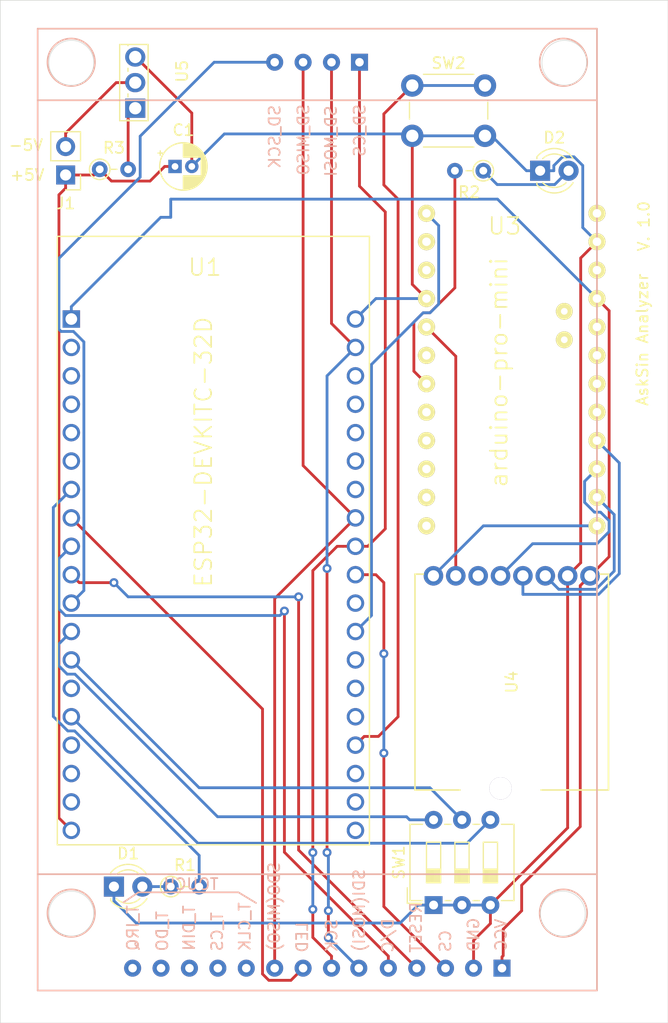
<source format=kicad_pcb>
(kicad_pcb (version 20171130) (host pcbnew "(5.1.2)-1")

  (general
    (thickness 1.6)
    (drawings 12)
    (tracks 212)
    (zones 0)
    (modules 14)
    (nets 28)
  )

  (page A4)
  (layers
    (0 F.Cu signal)
    (31 B.Cu signal)
    (32 B.Adhes user)
    (33 F.Adhes user)
    (34 B.Paste user)
    (35 F.Paste user)
    (36 B.SilkS user)
    (37 F.SilkS user)
    (38 B.Mask user)
    (39 F.Mask user)
    (40 Dwgs.User user)
    (41 Cmts.User user)
    (42 Eco1.User user)
    (43 Eco2.User user)
    (44 Edge.Cuts user)
    (45 Margin user)
    (46 B.CrtYd user)
    (47 F.CrtYd user)
    (48 B.Fab user)
    (49 F.Fab user)
  )

  (setup
    (last_trace_width 0.25)
    (trace_clearance 0.2)
    (zone_clearance 0.508)
    (zone_45_only no)
    (trace_min 0.2)
    (via_size 0.8)
    (via_drill 0.4)
    (via_min_size 0.4)
    (via_min_drill 0.3)
    (uvia_size 0.3)
    (uvia_drill 0.1)
    (uvias_allowed no)
    (uvia_min_size 0.2)
    (uvia_min_drill 0.1)
    (edge_width 0.05)
    (segment_width 0.2)
    (pcb_text_width 0.3)
    (pcb_text_size 1.5 1.5)
    (mod_edge_width 0.12)
    (mod_text_size 1 1)
    (mod_text_width 0.15)
    (pad_size 1.524 1.524)
    (pad_drill 0.762)
    (pad_to_mask_clearance 0.051)
    (solder_mask_min_width 0.25)
    (aux_axis_origin 0 0)
    (visible_elements 7FFFFFFF)
    (pcbplotparams
      (layerselection 0x010fc_ffffffff)
      (usegerberextensions false)
      (usegerberattributes false)
      (usegerberadvancedattributes false)
      (creategerberjobfile false)
      (excludeedgelayer true)
      (linewidth 0.100000)
      (plotframeref false)
      (viasonmask false)
      (mode 1)
      (useauxorigin false)
      (hpglpennumber 1)
      (hpglpenspeed 20)
      (hpglpendiameter 15.000000)
      (psnegative false)
      (psa4output false)
      (plotreference true)
      (plotvalue true)
      (plotinvisibletext false)
      (padsonsilk false)
      (subtractmaskfromsilk false)
      (outputformat 1)
      (mirror false)
      (drillshape 1)
      (scaleselection 1)
      (outputdirectory ""))
  )

  (net 0 "")
  (net 1 GND)
  (net 2 "Net-(D1-Pad2)")
  (net 3 "Net-(D2-Pad2)")
  (net 4 +3V3)
  (net 5 "Net-(R1-Pad2)")
  (net 6 "Net-(R2-Pad2)")
  (net 7 "Net-(SW1-Pad4)")
  (net 8 "Net-(SW1-Pad5)")
  (net 9 "Net-(SW1-Pad6)")
  (net 10 "Net-(SW2-Pad1)")
  (net 11 LED)
  (net 12 DC)
  (net 13 RS)
  (net 14 SD_SCK)
  (net 15 SDA)
  (net 16 SDO)
  (net 17 SCL)
  (net 18 CS)
  (net 19 TXD)
  (net 20 GDO0)
  (net 21 SO)
  (net 22 SI)
  (net 23 CSN)
  (net 24 +5V)
  (net 25 "Net-(J1-Pad2)")
  (net 26 "Net-(R3-Pad2)")
  (net 27 SCK)

  (net_class Default "Dies ist die voreingestellte Netzklasse."
    (clearance 0.2)
    (trace_width 0.25)
    (via_dia 0.8)
    (via_drill 0.4)
    (uvia_dia 0.3)
    (uvia_drill 0.1)
    (add_net +3V3)
    (add_net +5V)
    (add_net CS)
    (add_net CSN)
    (add_net DC)
    (add_net GDO0)
    (add_net GND)
    (add_net LED)
    (add_net "Net-(D1-Pad2)")
    (add_net "Net-(D2-Pad2)")
    (add_net "Net-(J1-Pad2)")
    (add_net "Net-(R1-Pad2)")
    (add_net "Net-(R2-Pad2)")
    (add_net "Net-(R3-Pad2)")
    (add_net "Net-(SW1-Pad4)")
    (add_net "Net-(SW1-Pad5)")
    (add_net "Net-(SW1-Pad6)")
    (add_net "Net-(SW2-Pad1)")
    (add_net RS)
    (add_net SCK)
    (add_net SCL)
    (add_net SDA)
    (add_net SDO)
    (add_net SD_SCK)
    (add_net SI)
    (add_net SO)
    (add_net TXD)
  )

  (module LED_THT:LED_D3.0mm (layer F.Cu) (tedit 587A3A7B) (tstamp 5D02F098)
    (at 121.92 130.048)
    (descr "LED, diameter 3.0mm, 2 pins")
    (tags "LED diameter 3.0mm 2 pins")
    (path /5D027931)
    (fp_text reference D1 (at 1.27 -2.96) (layer F.SilkS)
      (effects (font (size 1 1) (thickness 0.15)))
    )
    (fp_text value LED (at 1.27 2.96) (layer F.Fab)
      (effects (font (size 1 1) (thickness 0.15)))
    )
    (fp_arc (start 1.27 0) (end -0.23 -1.16619) (angle 284.3) (layer F.Fab) (width 0.1))
    (fp_arc (start 1.27 0) (end -0.29 -1.235516) (angle 108.8) (layer F.SilkS) (width 0.12))
    (fp_arc (start 1.27 0) (end -0.29 1.235516) (angle -108.8) (layer F.SilkS) (width 0.12))
    (fp_arc (start 1.27 0) (end 0.229039 -1.08) (angle 87.9) (layer F.SilkS) (width 0.12))
    (fp_arc (start 1.27 0) (end 0.229039 1.08) (angle -87.9) (layer F.SilkS) (width 0.12))
    (fp_circle (center 1.27 0) (end 2.77 0) (layer F.Fab) (width 0.1))
    (fp_line (start -0.23 -1.16619) (end -0.23 1.16619) (layer F.Fab) (width 0.1))
    (fp_line (start -0.29 -1.236) (end -0.29 -1.08) (layer F.SilkS) (width 0.12))
    (fp_line (start -0.29 1.08) (end -0.29 1.236) (layer F.SilkS) (width 0.12))
    (fp_line (start -1.15 -2.25) (end -1.15 2.25) (layer F.CrtYd) (width 0.05))
    (fp_line (start -1.15 2.25) (end 3.7 2.25) (layer F.CrtYd) (width 0.05))
    (fp_line (start 3.7 2.25) (end 3.7 -2.25) (layer F.CrtYd) (width 0.05))
    (fp_line (start 3.7 -2.25) (end -1.15 -2.25) (layer F.CrtYd) (width 0.05))
    (pad 1 thru_hole rect (at 0 0) (size 1.8 1.8) (drill 0.9) (layers *.Cu *.Mask)
      (net 1 GND))
    (pad 2 thru_hole circle (at 2.54 0) (size 1.8 1.8) (drill 0.9) (layers *.Cu *.Mask)
      (net 2 "Net-(D1-Pad2)"))
    (model ${KISYS3DMOD}/LED_THT.3dshapes/LED_D3.0mm.wrl
      (at (xyz 0 0 0))
      (scale (xyz 1 1 1))
      (rotate (xyz 0 0 0))
    )
  )

  (module LED_THT:LED_D3.0mm (layer F.Cu) (tedit 587A3A7B) (tstamp 5D02F0AB)
    (at 160.02 66.04)
    (descr "LED, diameter 3.0mm, 2 pins")
    (tags "LED diameter 3.0mm 2 pins")
    (path /5D02A0CF)
    (fp_text reference D2 (at 1.27 -2.96) (layer F.SilkS)
      (effects (font (size 1 1) (thickness 0.15)))
    )
    (fp_text value LED (at 1.27 2.96) (layer F.Fab)
      (effects (font (size 1 1) (thickness 0.15)))
    )
    (fp_line (start 3.7 -2.25) (end -1.15 -2.25) (layer F.CrtYd) (width 0.05))
    (fp_line (start 3.7 2.25) (end 3.7 -2.25) (layer F.CrtYd) (width 0.05))
    (fp_line (start -1.15 2.25) (end 3.7 2.25) (layer F.CrtYd) (width 0.05))
    (fp_line (start -1.15 -2.25) (end -1.15 2.25) (layer F.CrtYd) (width 0.05))
    (fp_line (start -0.29 1.08) (end -0.29 1.236) (layer F.SilkS) (width 0.12))
    (fp_line (start -0.29 -1.236) (end -0.29 -1.08) (layer F.SilkS) (width 0.12))
    (fp_line (start -0.23 -1.16619) (end -0.23 1.16619) (layer F.Fab) (width 0.1))
    (fp_circle (center 1.27 0) (end 2.77 0) (layer F.Fab) (width 0.1))
    (fp_arc (start 1.27 0) (end 0.229039 1.08) (angle -87.9) (layer F.SilkS) (width 0.12))
    (fp_arc (start 1.27 0) (end 0.229039 -1.08) (angle 87.9) (layer F.SilkS) (width 0.12))
    (fp_arc (start 1.27 0) (end -0.29 1.235516) (angle -108.8) (layer F.SilkS) (width 0.12))
    (fp_arc (start 1.27 0) (end -0.29 -1.235516) (angle 108.8) (layer F.SilkS) (width 0.12))
    (fp_arc (start 1.27 0) (end -0.23 -1.16619) (angle 284.3) (layer F.Fab) (width 0.1))
    (pad 2 thru_hole circle (at 2.54 0) (size 1.8 1.8) (drill 0.9) (layers *.Cu *.Mask)
      (net 3 "Net-(D2-Pad2)"))
    (pad 1 thru_hole rect (at 0 0) (size 1.8 1.8) (drill 0.9) (layers *.Cu *.Mask)
      (net 1 GND))
    (model ${KISYS3DMOD}/LED_THT.3dshapes/LED_D3.0mm.wrl
      (at (xyz 0 0 0))
      (scale (xyz 1 1 1))
      (rotate (xyz 0 0 0))
    )
  )

  (module Resistor_THT:R_Axial_DIN0204_L3.6mm_D1.6mm_P2.54mm_Vertical (layer F.Cu) (tedit 5AE5139B) (tstamp 5D02F0DC)
    (at 127 130.048)
    (descr "Resistor, Axial_DIN0204 series, Axial, Vertical, pin pitch=2.54mm, 0.167W, length*diameter=3.6*1.6mm^2, http://cdn-reichelt.de/documents/datenblatt/B400/1_4W%23YAG.pdf")
    (tags "Resistor Axial_DIN0204 series Axial Vertical pin pitch 2.54mm 0.167W length 3.6mm diameter 1.6mm")
    (path /5D027DB5)
    (fp_text reference R1 (at 1.27 -1.92) (layer F.SilkS)
      (effects (font (size 1 1) (thickness 0.15)))
    )
    (fp_text value 330 (at 1.27 1.92) (layer F.Fab)
      (effects (font (size 1 1) (thickness 0.15)))
    )
    (fp_circle (center 0 0) (end 0.8 0) (layer F.Fab) (width 0.1))
    (fp_circle (center 0 0) (end 0.92 0) (layer F.SilkS) (width 0.12))
    (fp_line (start 0 0) (end 2.54 0) (layer F.Fab) (width 0.1))
    (fp_line (start 0.92 0) (end 1.54 0) (layer F.SilkS) (width 0.12))
    (fp_line (start -1.05 -1.05) (end -1.05 1.05) (layer F.CrtYd) (width 0.05))
    (fp_line (start -1.05 1.05) (end 3.49 1.05) (layer F.CrtYd) (width 0.05))
    (fp_line (start 3.49 1.05) (end 3.49 -1.05) (layer F.CrtYd) (width 0.05))
    (fp_line (start 3.49 -1.05) (end -1.05 -1.05) (layer F.CrtYd) (width 0.05))
    (fp_text user %R (at 1.27 -1.92) (layer F.Fab)
      (effects (font (size 1 1) (thickness 0.15)))
    )
    (pad 1 thru_hole circle (at 0 0) (size 1.4 1.4) (drill 0.7) (layers *.Cu *.Mask)
      (net 2 "Net-(D1-Pad2)"))
    (pad 2 thru_hole oval (at 2.54 0) (size 1.4 1.4) (drill 0.7) (layers *.Cu *.Mask)
      (net 5 "Net-(R1-Pad2)"))
    (model ${KISYS3DMOD}/Resistor_THT.3dshapes/R_Axial_DIN0204_L3.6mm_D1.6mm_P2.54mm_Vertical.wrl
      (at (xyz 0 0 0))
      (scale (xyz 1 1 1))
      (rotate (xyz 0 0 0))
    )
  )

  (module Resistor_THT:R_Axial_DIN0204_L3.6mm_D1.6mm_P2.54mm_Vertical (layer F.Cu) (tedit 5AE5139B) (tstamp 5D02F0EB)
    (at 154.94 66.04 180)
    (descr "Resistor, Axial_DIN0204 series, Axial, Vertical, pin pitch=2.54mm, 0.167W, length*diameter=3.6*1.6mm^2, http://cdn-reichelt.de/documents/datenblatt/B400/1_4W%23YAG.pdf")
    (tags "Resistor Axial_DIN0204 series Axial Vertical pin pitch 2.54mm 0.167W length 3.6mm diameter 1.6mm")
    (path /5D029CC1)
    (fp_text reference R2 (at 1.27 -1.92) (layer F.SilkS)
      (effects (font (size 1 1) (thickness 0.15)))
    )
    (fp_text value 330 (at 1.27 1.92) (layer F.Fab)
      (effects (font (size 1 1) (thickness 0.15)))
    )
    (fp_text user %R (at 1.27 -1.92) (layer F.Fab)
      (effects (font (size 1 1) (thickness 0.15)))
    )
    (fp_line (start 3.49 -1.05) (end -1.05 -1.05) (layer F.CrtYd) (width 0.05))
    (fp_line (start 3.49 1.05) (end 3.49 -1.05) (layer F.CrtYd) (width 0.05))
    (fp_line (start -1.05 1.05) (end 3.49 1.05) (layer F.CrtYd) (width 0.05))
    (fp_line (start -1.05 -1.05) (end -1.05 1.05) (layer F.CrtYd) (width 0.05))
    (fp_line (start 0.92 0) (end 1.54 0) (layer F.SilkS) (width 0.12))
    (fp_line (start 0 0) (end 2.54 0) (layer F.Fab) (width 0.1))
    (fp_circle (center 0 0) (end 0.92 0) (layer F.SilkS) (width 0.12))
    (fp_circle (center 0 0) (end 0.8 0) (layer F.Fab) (width 0.1))
    (pad 2 thru_hole oval (at 2.54 0 180) (size 1.4 1.4) (drill 0.7) (layers *.Cu *.Mask)
      (net 6 "Net-(R2-Pad2)"))
    (pad 1 thru_hole circle (at 0 0 180) (size 1.4 1.4) (drill 0.7) (layers *.Cu *.Mask)
      (net 3 "Net-(D2-Pad2)"))
    (model ${KISYS3DMOD}/Resistor_THT.3dshapes/R_Axial_DIN0204_L3.6mm_D1.6mm_P2.54mm_Vertical.wrl
      (at (xyz 0 0 0))
      (scale (xyz 1 1 1))
      (rotate (xyz 0 0 0))
    )
  )

  (module Button_Switch_THT:SW_DIP_SPSTx03_Slide_6.7x9.18mm_W7.62mm_P2.54mm_LowProfile (layer F.Cu) (tedit 5A4E1404) (tstamp 5D02F16C)
    (at 150.495 131.699 90)
    (descr "3x-dip-switch SPST , Slide, row spacing 7.62 mm (300 mils), body size 6.7x9.18mm (see e.g. https://www.ctscorp.com/wp-content/uploads/209-210.pdf), LowProfile")
    (tags "DIP Switch SPST Slide 7.62mm 300mil LowProfile")
    (path /5D02A821)
    (fp_text reference SW1 (at 3.81 -3.11 90) (layer F.SilkS)
      (effects (font (size 1 1) (thickness 0.15)))
    )
    (fp_text value SW_DIP_x03 (at 3.81 8.19 90) (layer F.Fab)
      (effects (font (size 1 1) (thickness 0.15)))
    )
    (fp_line (start 1.46 -2.05) (end 7.16 -2.05) (layer F.Fab) (width 0.1))
    (fp_line (start 7.16 -2.05) (end 7.16 7.13) (layer F.Fab) (width 0.1))
    (fp_line (start 7.16 7.13) (end 0.46 7.13) (layer F.Fab) (width 0.1))
    (fp_line (start 0.46 7.13) (end 0.46 -1.05) (layer F.Fab) (width 0.1))
    (fp_line (start 0.46 -1.05) (end 1.46 -2.05) (layer F.Fab) (width 0.1))
    (fp_line (start 2 -0.635) (end 2 0.635) (layer F.Fab) (width 0.1))
    (fp_line (start 2 0.635) (end 5.62 0.635) (layer F.Fab) (width 0.1))
    (fp_line (start 5.62 0.635) (end 5.62 -0.635) (layer F.Fab) (width 0.1))
    (fp_line (start 5.62 -0.635) (end 2 -0.635) (layer F.Fab) (width 0.1))
    (fp_line (start 2 -0.535) (end 3.206667 -0.535) (layer F.Fab) (width 0.1))
    (fp_line (start 2 -0.435) (end 3.206667 -0.435) (layer F.Fab) (width 0.1))
    (fp_line (start 2 -0.335) (end 3.206667 -0.335) (layer F.Fab) (width 0.1))
    (fp_line (start 2 -0.235) (end 3.206667 -0.235) (layer F.Fab) (width 0.1))
    (fp_line (start 2 -0.135) (end 3.206667 -0.135) (layer F.Fab) (width 0.1))
    (fp_line (start 2 -0.035) (end 3.206667 -0.035) (layer F.Fab) (width 0.1))
    (fp_line (start 2 0.065) (end 3.206667 0.065) (layer F.Fab) (width 0.1))
    (fp_line (start 2 0.165) (end 3.206667 0.165) (layer F.Fab) (width 0.1))
    (fp_line (start 2 0.265) (end 3.206667 0.265) (layer F.Fab) (width 0.1))
    (fp_line (start 2 0.365) (end 3.206667 0.365) (layer F.Fab) (width 0.1))
    (fp_line (start 2 0.465) (end 3.206667 0.465) (layer F.Fab) (width 0.1))
    (fp_line (start 2 0.565) (end 3.206667 0.565) (layer F.Fab) (width 0.1))
    (fp_line (start 3.206667 -0.635) (end 3.206667 0.635) (layer F.Fab) (width 0.1))
    (fp_line (start 2 1.905) (end 2 3.175) (layer F.Fab) (width 0.1))
    (fp_line (start 2 3.175) (end 5.62 3.175) (layer F.Fab) (width 0.1))
    (fp_line (start 5.62 3.175) (end 5.62 1.905) (layer F.Fab) (width 0.1))
    (fp_line (start 5.62 1.905) (end 2 1.905) (layer F.Fab) (width 0.1))
    (fp_line (start 2 2.005) (end 3.206667 2.005) (layer F.Fab) (width 0.1))
    (fp_line (start 2 2.105) (end 3.206667 2.105) (layer F.Fab) (width 0.1))
    (fp_line (start 2 2.205) (end 3.206667 2.205) (layer F.Fab) (width 0.1))
    (fp_line (start 2 2.305) (end 3.206667 2.305) (layer F.Fab) (width 0.1))
    (fp_line (start 2 2.405) (end 3.206667 2.405) (layer F.Fab) (width 0.1))
    (fp_line (start 2 2.505) (end 3.206667 2.505) (layer F.Fab) (width 0.1))
    (fp_line (start 2 2.605) (end 3.206667 2.605) (layer F.Fab) (width 0.1))
    (fp_line (start 2 2.705) (end 3.206667 2.705) (layer F.Fab) (width 0.1))
    (fp_line (start 2 2.805) (end 3.206667 2.805) (layer F.Fab) (width 0.1))
    (fp_line (start 2 2.905) (end 3.206667 2.905) (layer F.Fab) (width 0.1))
    (fp_line (start 2 3.005) (end 3.206667 3.005) (layer F.Fab) (width 0.1))
    (fp_line (start 2 3.105) (end 3.206667 3.105) (layer F.Fab) (width 0.1))
    (fp_line (start 3.206667 1.905) (end 3.206667 3.175) (layer F.Fab) (width 0.1))
    (fp_line (start 2 4.445) (end 2 5.715) (layer F.Fab) (width 0.1))
    (fp_line (start 2 5.715) (end 5.62 5.715) (layer F.Fab) (width 0.1))
    (fp_line (start 5.62 5.715) (end 5.62 4.445) (layer F.Fab) (width 0.1))
    (fp_line (start 5.62 4.445) (end 2 4.445) (layer F.Fab) (width 0.1))
    (fp_line (start 2 4.545) (end 3.206667 4.545) (layer F.Fab) (width 0.1))
    (fp_line (start 2 4.645) (end 3.206667 4.645) (layer F.Fab) (width 0.1))
    (fp_line (start 2 4.745) (end 3.206667 4.745) (layer F.Fab) (width 0.1))
    (fp_line (start 2 4.845) (end 3.206667 4.845) (layer F.Fab) (width 0.1))
    (fp_line (start 2 4.945) (end 3.206667 4.945) (layer F.Fab) (width 0.1))
    (fp_line (start 2 5.045) (end 3.206667 5.045) (layer F.Fab) (width 0.1))
    (fp_line (start 2 5.145) (end 3.206667 5.145) (layer F.Fab) (width 0.1))
    (fp_line (start 2 5.245) (end 3.206667 5.245) (layer F.Fab) (width 0.1))
    (fp_line (start 2 5.345) (end 3.206667 5.345) (layer F.Fab) (width 0.1))
    (fp_line (start 2 5.445) (end 3.206667 5.445) (layer F.Fab) (width 0.1))
    (fp_line (start 2 5.545) (end 3.206667 5.545) (layer F.Fab) (width 0.1))
    (fp_line (start 2 5.645) (end 3.206667 5.645) (layer F.Fab) (width 0.1))
    (fp_line (start 3.206667 4.445) (end 3.206667 5.715) (layer F.Fab) (width 0.1))
    (fp_line (start 0.4 -2.11) (end 7.221 -2.11) (layer F.SilkS) (width 0.12))
    (fp_line (start 0.4 7.19) (end 7.221 7.19) (layer F.SilkS) (width 0.12))
    (fp_line (start 0.4 -2.11) (end 0.4 -1.04) (layer F.SilkS) (width 0.12))
    (fp_line (start 0.4 1.04) (end 0.4 1.551) (layer F.SilkS) (width 0.12))
    (fp_line (start 0.4 3.53) (end 0.4 4.091) (layer F.SilkS) (width 0.12))
    (fp_line (start 0.4 6.07) (end 0.4 7.19) (layer F.SilkS) (width 0.12))
    (fp_line (start 7.221 6.07) (end 7.221 7.19) (layer F.SilkS) (width 0.12))
    (fp_line (start 7.221 3.53) (end 7.221 4.091) (layer F.SilkS) (width 0.12))
    (fp_line (start 7.221 -2.11) (end 7.221 -0.99) (layer F.SilkS) (width 0.12))
    (fp_line (start 7.221 0.99) (end 7.221 1.551) (layer F.SilkS) (width 0.12))
    (fp_line (start 0.16 -2.35) (end 1.543 -2.35) (layer F.SilkS) (width 0.12))
    (fp_line (start 0.16 -2.35) (end 0.16 -1.04) (layer F.SilkS) (width 0.12))
    (fp_line (start 2 -0.635) (end 2 0.635) (layer F.SilkS) (width 0.12))
    (fp_line (start 2 0.635) (end 5.62 0.635) (layer F.SilkS) (width 0.12))
    (fp_line (start 5.62 0.635) (end 5.62 -0.635) (layer F.SilkS) (width 0.12))
    (fp_line (start 5.62 -0.635) (end 2 -0.635) (layer F.SilkS) (width 0.12))
    (fp_line (start 2 -0.515) (end 3.206667 -0.515) (layer F.SilkS) (width 0.12))
    (fp_line (start 2 -0.395) (end 3.206667 -0.395) (layer F.SilkS) (width 0.12))
    (fp_line (start 2 -0.275) (end 3.206667 -0.275) (layer F.SilkS) (width 0.12))
    (fp_line (start 2 -0.155) (end 3.206667 -0.155) (layer F.SilkS) (width 0.12))
    (fp_line (start 2 -0.035) (end 3.206667 -0.035) (layer F.SilkS) (width 0.12))
    (fp_line (start 2 0.085) (end 3.206667 0.085) (layer F.SilkS) (width 0.12))
    (fp_line (start 2 0.205) (end 3.206667 0.205) (layer F.SilkS) (width 0.12))
    (fp_line (start 2 0.325) (end 3.206667 0.325) (layer F.SilkS) (width 0.12))
    (fp_line (start 2 0.445) (end 3.206667 0.445) (layer F.SilkS) (width 0.12))
    (fp_line (start 2 0.565) (end 3.206667 0.565) (layer F.SilkS) (width 0.12))
    (fp_line (start 3.206667 -0.635) (end 3.206667 0.635) (layer F.SilkS) (width 0.12))
    (fp_line (start 2 1.905) (end 2 3.175) (layer F.SilkS) (width 0.12))
    (fp_line (start 2 3.175) (end 5.62 3.175) (layer F.SilkS) (width 0.12))
    (fp_line (start 5.62 3.175) (end 5.62 1.905) (layer F.SilkS) (width 0.12))
    (fp_line (start 5.62 1.905) (end 2 1.905) (layer F.SilkS) (width 0.12))
    (fp_line (start 2 2.025) (end 3.206667 2.025) (layer F.SilkS) (width 0.12))
    (fp_line (start 2 2.145) (end 3.206667 2.145) (layer F.SilkS) (width 0.12))
    (fp_line (start 2 2.265) (end 3.206667 2.265) (layer F.SilkS) (width 0.12))
    (fp_line (start 2 2.385) (end 3.206667 2.385) (layer F.SilkS) (width 0.12))
    (fp_line (start 2 2.505) (end 3.206667 2.505) (layer F.SilkS) (width 0.12))
    (fp_line (start 2 2.625) (end 3.206667 2.625) (layer F.SilkS) (width 0.12))
    (fp_line (start 2 2.745) (end 3.206667 2.745) (layer F.SilkS) (width 0.12))
    (fp_line (start 2 2.865) (end 3.206667 2.865) (layer F.SilkS) (width 0.12))
    (fp_line (start 2 2.985) (end 3.206667 2.985) (layer F.SilkS) (width 0.12))
    (fp_line (start 2 3.105) (end 3.206667 3.105) (layer F.SilkS) (width 0.12))
    (fp_line (start 3.206667 1.905) (end 3.206667 3.175) (layer F.SilkS) (width 0.12))
    (fp_line (start 2 4.445) (end 2 5.715) (layer F.SilkS) (width 0.12))
    (fp_line (start 2 5.715) (end 5.62 5.715) (layer F.SilkS) (width 0.12))
    (fp_line (start 5.62 5.715) (end 5.62 4.445) (layer F.SilkS) (width 0.12))
    (fp_line (start 5.62 4.445) (end 2 4.445) (layer F.SilkS) (width 0.12))
    (fp_line (start 2 4.565) (end 3.206667 4.565) (layer F.SilkS) (width 0.12))
    (fp_line (start 2 4.685) (end 3.206667 4.685) (layer F.SilkS) (width 0.12))
    (fp_line (start 2 4.805) (end 3.206667 4.805) (layer F.SilkS) (width 0.12))
    (fp_line (start 2 4.925) (end 3.206667 4.925) (layer F.SilkS) (width 0.12))
    (fp_line (start 2 5.045) (end 3.206667 5.045) (layer F.SilkS) (width 0.12))
    (fp_line (start 2 5.165) (end 3.206667 5.165) (layer F.SilkS) (width 0.12))
    (fp_line (start 2 5.285) (end 3.206667 5.285) (layer F.SilkS) (width 0.12))
    (fp_line (start 2 5.405) (end 3.206667 5.405) (layer F.SilkS) (width 0.12))
    (fp_line (start 2 5.525) (end 3.206667 5.525) (layer F.SilkS) (width 0.12))
    (fp_line (start 2 5.645) (end 3.206667 5.645) (layer F.SilkS) (width 0.12))
    (fp_line (start 3.206667 4.445) (end 3.206667 5.715) (layer F.SilkS) (width 0.12))
    (fp_line (start -1.1 -2.4) (end -1.1 7.45) (layer F.CrtYd) (width 0.05))
    (fp_line (start -1.1 7.45) (end 8.7 7.45) (layer F.CrtYd) (width 0.05))
    (fp_line (start 8.7 7.45) (end 8.7 -2.4) (layer F.CrtYd) (width 0.05))
    (fp_line (start 8.7 -2.4) (end -1.1 -2.4) (layer F.CrtYd) (width 0.05))
    (fp_text user %R (at 6.39 2.54) (layer F.Fab)
      (effects (font (size 0.8 0.8) (thickness 0.12)))
    )
    (fp_text user on (at 4.485 -1.3425 90) (layer F.Fab)
      (effects (font (size 0.8 0.8) (thickness 0.12)))
    )
    (pad 1 thru_hole rect (at 0 0 90) (size 1.6 1.6) (drill 0.8) (layers *.Cu *.Mask)
      (net 1 GND))
    (pad 4 thru_hole oval (at 7.62 5.08 90) (size 1.6 1.6) (drill 0.8) (layers *.Cu *.Mask)
      (net 7 "Net-(SW1-Pad4)"))
    (pad 2 thru_hole oval (at 0 2.54 90) (size 1.6 1.6) (drill 0.8) (layers *.Cu *.Mask)
      (net 1 GND))
    (pad 5 thru_hole oval (at 7.62 2.54 90) (size 1.6 1.6) (drill 0.8) (layers *.Cu *.Mask)
      (net 8 "Net-(SW1-Pad5)"))
    (pad 3 thru_hole oval (at 0 5.08 90) (size 1.6 1.6) (drill 0.8) (layers *.Cu *.Mask)
      (net 1 GND))
    (pad 6 thru_hole oval (at 7.62 0 90) (size 1.6 1.6) (drill 0.8) (layers *.Cu *.Mask)
      (net 9 "Net-(SW1-Pad6)"))
    (model ${KISYS3DMOD}/Button_Switch_THT.3dshapes/SW_DIP_SPSTx03_Slide_6.7x9.18mm_W7.62mm_P2.54mm_LowProfile.wrl
      (at (xyz 0 0 0))
      (scale (xyz 1 1 1))
      (rotate (xyz 0 0 90))
    )
  )

  (module Button_Switch_THT:SW_PUSH_6mm_H4.3mm (layer F.Cu) (tedit 5A02FE31) (tstamp 5D02F18B)
    (at 148.59 58.42)
    (descr "tactile push button, 6x6mm e.g. PHAP33xx series, height=4.3mm")
    (tags "tact sw push 6mm")
    (path /5D02B311)
    (fp_text reference SW2 (at 3.25 -2) (layer F.SilkS)
      (effects (font (size 1 1) (thickness 0.15)))
    )
    (fp_text value SW_Push (at 3.75 6.7) (layer F.Fab)
      (effects (font (size 1 1) (thickness 0.15)))
    )
    (fp_text user %R (at 3.25 2.25) (layer F.Fab)
      (effects (font (size 1 1) (thickness 0.15)))
    )
    (fp_line (start 3.25 -0.75) (end 6.25 -0.75) (layer F.Fab) (width 0.1))
    (fp_line (start 6.25 -0.75) (end 6.25 5.25) (layer F.Fab) (width 0.1))
    (fp_line (start 6.25 5.25) (end 0.25 5.25) (layer F.Fab) (width 0.1))
    (fp_line (start 0.25 5.25) (end 0.25 -0.75) (layer F.Fab) (width 0.1))
    (fp_line (start 0.25 -0.75) (end 3.25 -0.75) (layer F.Fab) (width 0.1))
    (fp_line (start 7.75 6) (end 8 6) (layer F.CrtYd) (width 0.05))
    (fp_line (start 8 6) (end 8 5.75) (layer F.CrtYd) (width 0.05))
    (fp_line (start 7.75 -1.5) (end 8 -1.5) (layer F.CrtYd) (width 0.05))
    (fp_line (start 8 -1.5) (end 8 -1.25) (layer F.CrtYd) (width 0.05))
    (fp_line (start -1.5 -1.25) (end -1.5 -1.5) (layer F.CrtYd) (width 0.05))
    (fp_line (start -1.5 -1.5) (end -1.25 -1.5) (layer F.CrtYd) (width 0.05))
    (fp_line (start -1.5 5.75) (end -1.5 6) (layer F.CrtYd) (width 0.05))
    (fp_line (start -1.5 6) (end -1.25 6) (layer F.CrtYd) (width 0.05))
    (fp_line (start -1.25 -1.5) (end 7.75 -1.5) (layer F.CrtYd) (width 0.05))
    (fp_line (start -1.5 5.75) (end -1.5 -1.25) (layer F.CrtYd) (width 0.05))
    (fp_line (start 7.75 6) (end -1.25 6) (layer F.CrtYd) (width 0.05))
    (fp_line (start 8 -1.25) (end 8 5.75) (layer F.CrtYd) (width 0.05))
    (fp_line (start 1 5.5) (end 5.5 5.5) (layer F.SilkS) (width 0.12))
    (fp_line (start -0.25 1.5) (end -0.25 3) (layer F.SilkS) (width 0.12))
    (fp_line (start 5.5 -1) (end 1 -1) (layer F.SilkS) (width 0.12))
    (fp_line (start 6.75 3) (end 6.75 1.5) (layer F.SilkS) (width 0.12))
    (fp_circle (center 3.25 2.25) (end 1.25 2.5) (layer F.Fab) (width 0.1))
    (pad 2 thru_hole circle (at 0 4.5 90) (size 2 2) (drill 1.1) (layers *.Cu *.Mask)
      (net 1 GND))
    (pad 1 thru_hole circle (at 0 0 90) (size 2 2) (drill 1.1) (layers *.Cu *.Mask)
      (net 10 "Net-(SW2-Pad1)"))
    (pad 2 thru_hole circle (at 6.5 4.5 90) (size 2 2) (drill 1.1) (layers *.Cu *.Mask)
      (net 1 GND))
    (pad 1 thru_hole circle (at 6.5 0 90) (size 2 2) (drill 1.1) (layers *.Cu *.Mask)
      (net 10 "Net-(SW2-Pad1)"))
    (model ${KISYS3DMOD}/Button_Switch_THT.3dshapes/SW_PUSH_6mm_H4.3mm.wrl
      (at (xyz 0 0 0))
      (scale (xyz 1 1 1))
      (rotate (xyz 0 0 0))
    )
  )

  (module ESP32-DEVKITC-32D:MODULE_ESP32-DEVKITC-32D (layer F.Cu) (tedit 0) (tstamp 5D02F1C3)
    (at 130.81 99.06)
    (path /5D022D56)
    (fp_text reference U1 (at -0.762 -24.384) (layer F.SilkS)
      (effects (font (size 1.5 1.5) (thickness 0.15)))
    )
    (fp_text value ESP32-DEVKITC-32D (at -0.889 -7.874 90) (layer F.SilkS)
      (effects (font (size 1.5 1.5) (thickness 0.15)))
    )
    (fp_line (start -13.95 -27.15) (end 13.95 -27.15) (layer Eco2.User) (width 0.127))
    (fp_line (start 13.95 -27.15) (end 13.95 27.25) (layer Eco2.User) (width 0.127))
    (fp_line (start 13.95 27.25) (end -13.95 27.25) (layer Eco2.User) (width 0.127))
    (fp_line (start -13.95 27.25) (end -13.95 -27.15) (layer Eco2.User) (width 0.127))
    (fp_line (start -13.95 27.25) (end -13.95 -27.15) (layer F.SilkS) (width 0.127))
    (fp_line (start -13.95 -27.15) (end 13.95 -27.15) (layer F.SilkS) (width 0.127))
    (fp_line (start 13.95 -27.15) (end 13.95 27.25) (layer F.SilkS) (width 0.127))
    (fp_line (start 13.95 27.25) (end -13.95 27.25) (layer F.SilkS) (width 0.127))
    (fp_line (start -14.2 -27.4) (end 14.2 -27.4) (layer Eco1.User) (width 0.05))
    (fp_line (start 14.2 -27.4) (end 14.2 27.5) (layer Eco1.User) (width 0.05))
    (fp_line (start 14.2 27.5) (end -14.2 27.5) (layer Eco1.User) (width 0.05))
    (fp_line (start -14.2 27.5) (end -14.2 -27.4) (layer Eco1.User) (width 0.05))
    (fp_circle (center -14.6 -19.9) (end -14.46 -19.9) (layer Eco2.User) (width 0.28))
    (fp_circle (center -14.6 -19.9) (end -14.46 -19.9) (layer Eco2.User) (width 0.28))
    (pad 1 thru_hole rect (at -12.7 -19.76) (size 1.56 1.56) (drill 1.04) (layers *.Cu *.Mask)
      (net 4 +3V3))
    (pad 2 thru_hole circle (at -12.7 -17.22) (size 1.56 1.56) (drill 1.04) (layers *.Cu *.Mask))
    (pad 19 thru_hole circle (at -12.7 25.96) (size 1.56 1.56) (drill 1.04) (layers *.Cu *.Mask)
      (net 24 +5V))
    (pad 3 thru_hole circle (at -12.7 -14.68) (size 1.56 1.56) (drill 1.04) (layers *.Cu *.Mask))
    (pad 4 thru_hole circle (at -12.7 -12.14) (size 1.56 1.56) (drill 1.04) (layers *.Cu *.Mask))
    (pad 5 thru_hole circle (at -12.7 -9.6) (size 1.56 1.56) (drill 1.04) (layers *.Cu *.Mask))
    (pad 6 thru_hole circle (at -12.7 -7.06) (size 1.56 1.56) (drill 1.04) (layers *.Cu *.Mask))
    (pad 7 thru_hole circle (at -12.7 -4.52) (size 1.56 1.56) (drill 1.04) (layers *.Cu *.Mask)
      (net 5 "Net-(R1-Pad2)"))
    (pad 8 thru_hole circle (at -12.7 -1.98) (size 1.56 1.56) (drill 1.04) (layers *.Cu *.Mask)
      (net 11 LED))
    (pad 9 thru_hole circle (at -12.7 0.56) (size 1.56 1.56) (drill 1.04) (layers *.Cu *.Mask)
      (net 12 DC))
    (pad 10 thru_hole circle (at -12.7 3.1) (size 1.56 1.56) (drill 1.04) (layers *.Cu *.Mask)
      (net 13 RS))
    (pad 11 thru_hole circle (at -12.7 5.64) (size 1.56 1.56) (drill 1.04) (layers *.Cu *.Mask)
      (net 14 SD_SCK))
    (pad 12 thru_hole circle (at -12.7 8.18) (size 1.56 1.56) (drill 1.04) (layers *.Cu *.Mask)
      (net 9 "Net-(SW1-Pad6)"))
    (pad 13 thru_hole circle (at -12.7 10.72) (size 1.56 1.56) (drill 1.04) (layers *.Cu *.Mask)
      (net 8 "Net-(SW1-Pad5)"))
    (pad 14 thru_hole circle (at -12.7 13.26) (size 1.56 1.56) (drill 1.04) (layers *.Cu *.Mask))
    (pad 15 thru_hole circle (at -12.7 15.8) (size 1.56 1.56) (drill 1.04) (layers *.Cu *.Mask)
      (net 7 "Net-(SW1-Pad4)"))
    (pad 16 thru_hole circle (at -12.7 18.34) (size 1.56 1.56) (drill 1.04) (layers *.Cu *.Mask))
    (pad 17 thru_hole circle (at -12.7 20.88) (size 1.56 1.56) (drill 1.04) (layers *.Cu *.Mask))
    (pad 18 thru_hole circle (at -12.7 23.42) (size 1.56 1.56) (drill 1.04) (layers *.Cu *.Mask))
    (pad 20 thru_hole circle (at 12.7 -19.76) (size 1.56 1.56) (drill 1.04) (layers *.Cu *.Mask)
      (net 1 GND))
    (pad 21 thru_hole circle (at 12.7 -17.22) (size 1.56 1.56) (drill 1.04) (layers *.Cu *.Mask)
      (net 15 SDA))
    (pad 22 thru_hole circle (at 12.7 -14.68) (size 1.56 1.56) (drill 1.04) (layers *.Cu *.Mask))
    (pad 23 thru_hole circle (at 12.7 -12.14) (size 1.56 1.56) (drill 1.04) (layers *.Cu *.Mask))
    (pad 24 thru_hole circle (at 12.7 -9.6) (size 1.56 1.56) (drill 1.04) (layers *.Cu *.Mask))
    (pad 25 thru_hole circle (at 12.7 -7.06) (size 1.56 1.56) (drill 1.04) (layers *.Cu *.Mask))
    (pad 26 thru_hole circle (at 12.7 -4.52) (size 1.56 1.56) (drill 1.04) (layers *.Cu *.Mask))
    (pad 27 thru_hole circle (at 12.7 -1.98) (size 1.56 1.56) (drill 1.04) (layers *.Cu *.Mask)
      (net 16 SDO))
    (pad 28 thru_hole circle (at 12.7 0.56) (size 1.56 1.56) (drill 1.04) (layers *.Cu *.Mask)
      (net 27 SCK))
    (pad 29 thru_hole circle (at 12.7 3.1) (size 1.56 1.56) (drill 1.04) (layers *.Cu *.Mask)
      (net 18 CS))
    (pad 30 thru_hole circle (at 12.7 5.64) (size 1.56 1.56) (drill 1.04) (layers *.Cu *.Mask))
    (pad 31 thru_hole circle (at 12.7 8.18) (size 1.56 1.56) (drill 1.04) (layers *.Cu *.Mask)
      (net 19 TXD))
    (pad 32 thru_hole circle (at 12.7 10.72) (size 1.56 1.56) (drill 1.04) (layers *.Cu *.Mask))
    (pad 33 thru_hole circle (at 12.7 13.26) (size 1.56 1.56) (drill 1.04) (layers *.Cu *.Mask))
    (pad 34 thru_hole circle (at 12.7 15.8) (size 1.56 1.56) (drill 1.04) (layers *.Cu *.Mask))
    (pad 35 thru_hole circle (at 12.7 18.34) (size 1.56 1.56) (drill 1.04) (layers *.Cu *.Mask)
      (net 10 "Net-(SW2-Pad1)"))
    (pad 36 thru_hole circle (at 12.7 20.88) (size 1.56 1.56) (drill 1.04) (layers *.Cu *.Mask))
    (pad 37 thru_hole circle (at 12.7 23.42) (size 1.56 1.56) (drill 1.04) (layers *.Cu *.Mask))
    (pad 38 thru_hole circle (at 12.7 25.96) (size 1.56 1.56) (drill 1.04) (layers *.Cu *.Mask))
  )

  (module kicad-TFT-Displays-master:2.8_tft_240x320_touch_sd_spi (layer B.Cu) (tedit 5A0B5501) (tstamp 5D02F1F9)
    (at 165.1 53.34 180)
    (path /5D02BA8B)
    (fp_text reference U2 (at 0 -0.5) (layer B.SilkS) hide
      (effects (font (size 1 1) (thickness 0.15)) (justify mirror))
    )
    (fp_text value 2.8_240x320_touch_sd_spi (at 2.43 -31.06 270) (layer B.Fab)
      (effects (font (size 2 2) (thickness 0.15)) (justify mirror))
    )
    (fp_line (start 0 -86) (end 0 0) (layer B.SilkS) (width 0.15))
    (fp_line (start 50 -86) (end 0 -86) (layer B.SilkS) (width 0.15))
    (fp_line (start 50 0) (end 50 -86) (layer B.SilkS) (width 0.15))
    (fp_line (start 0 0) (end 50 0) (layer B.SilkS) (width 0.15))
    (fp_circle (center 3 -3) (end 4.5 -4.5) (layer B.SilkS) (width 0.15))
    (fp_circle (center 47 -3) (end 48.5 -4.5) (layer B.SilkS) (width 0.15))
    (fp_circle (center 3 -79.08) (end 4.5 -80.58) (layer B.SilkS) (width 0.15))
    (fp_circle (center 47 -79.08) (end 48.5 -80.58) (layer B.SilkS) (width 0.15))
    (fp_line (start 0 -6.4) (end 50 -6.4) (layer B.SilkS) (width 0.15))
    (fp_line (start 0 -75.6) (end 50 -75.6) (layer B.SilkS) (width 0.15))
    (fp_text user SD_CS (at 21.21 -9.1 270) (layer B.SilkS)
      (effects (font (size 1 1) (thickness 0.15)) (justify mirror))
    )
    (fp_text user SD_MOSI (at 23.78 -10.05 270) (layer B.SilkS)
      (effects (font (size 1 1) (thickness 0.15)) (justify mirror))
    )
    (fp_text user SD_MISO (at 26.24 -9.94 270) (layer B.SilkS)
      (effects (font (size 1 1) (thickness 0.15)) (justify mirror))
    )
    (fp_text user SD_SCK (at 28.81 -9.66 270) (layer B.SilkS)
      (effects (font (size 1 1) (thickness 0.15)) (justify mirror))
    )
    (fp_text user VCC (at 8.58 -81.02 270) (layer B.SilkS)
      (effects (font (size 1 1) (thickness 0.15)) (justify mirror))
    )
    (fp_text user GND (at 11.04 -81.02 270) (layer B.SilkS)
      (effects (font (size 1 1) (thickness 0.15)) (justify mirror))
    )
    (fp_text user CS (at 13.55 -81.58 270) (layer B.SilkS)
      (effects (font (size 1 1) (thickness 0.15)) (justify mirror))
    )
    (fp_text user RESET (at 16.18 -80.35 270) (layer B.SilkS)
      (effects (font (size 1 1) (thickness 0.15)) (justify mirror))
    )
    (fp_text user D/C (at 18.69 -81.08 270) (layer B.SilkS)
      (effects (font (size 1 1) (thickness 0.15)) (justify mirror))
    )
    (fp_text user "SDI(MOSI)" (at 21.26 -78.84 270) (layer B.SilkS)
      (effects (font (size 1 1) (thickness 0.15)) (justify mirror))
    )
    (fp_text user SCK (at 23.72 -81.08 270) (layer B.SilkS)
      (effects (font (size 1 1) (thickness 0.15)) (justify mirror))
    )
    (fp_text user LED (at 26.35 -81.24 270) (layer B.SilkS)
      (effects (font (size 1 1) (thickness 0.15)) (justify mirror))
    )
    (fp_text user "SDO(MISO)" (at 28.86 -78.51 270) (layer B.SilkS)
      (effects (font (size 1 1) (thickness 0.15)) (justify mirror))
    )
    (fp_text user T_CLK (at 31.49 -80.29 270) (layer B.SilkS)
      (effects (font (size 1 1) (thickness 0.15)) (justify mirror))
    )
    (fp_text user T_CS (at 33.95 -80.74 270) (layer B.SilkS)
      (effects (font (size 1 1) (thickness 0.15)) (justify mirror))
    )
    (fp_text user T_DIN (at 36.46 -80.41 270) (layer B.SilkS)
      (effects (font (size 1 1) (thickness 0.15)) (justify mirror))
    )
    (fp_text user T_DO (at 38.86 -80.69 270) (layer B.SilkS)
      (effects (font (size 1 1) (thickness 0.15)) (justify mirror))
    )
    (fp_text user T_IRQ (at 41.49 -80.41 270) (layer B.SilkS)
      (effects (font (size 1 1) (thickness 0.15)) (justify mirror))
    )
    (fp_line (start 40.99 -77.22) (end 42.33 -78.12) (layer B.SilkS) (width 0.15))
    (fp_line (start 32.05 -77.22) (end 40.99 -77.22) (layer B.SilkS) (width 0.15))
    (fp_line (start 30.48 -78.17) (end 32.05 -77.22) (layer B.SilkS) (width 0.15))
    (fp_text user TOUCH (at 36.29 -76.49) (layer B.SilkS)
      (effects (font (size 1 1) (thickness 0.15)) (justify mirror))
    )
    (pad 18 thru_hole circle (at 28.81 -3 180) (size 1.524 1.524) (drill 0.762) (layers *.Cu *.Mask)
      (net 14 SD_SCK))
    (pad 17 thru_hole circle (at 26.27 -3 180) (size 1.524 1.524) (drill 0.762) (layers *.Cu *.Mask)
      (net 16 SDO))
    (pad 16 thru_hole circle (at 23.73 -3 180) (size 1.524 1.524) (drill 0.762) (layers *.Cu *.Mask)
      (net 15 SDA))
    (pad 15 thru_hole rect (at 21.23 -3 180) (size 1.524 1.524) (drill 0.762) (layers *.Cu *.Mask)
      (net 27 SCK))
    (pad 14 thru_hole circle (at 41.51 -84 180) (size 1.524 1.524) (drill 0.762) (layers *.Cu *.Mask))
    (pad 13 thru_hole circle (at 38.97 -84 180) (size 1.524 1.524) (drill 0.762) (layers *.Cu *.Mask))
    (pad 12 thru_hole circle (at 36.43 -84 180) (size 1.524 1.524) (drill 0.762) (layers *.Cu *.Mask))
    (pad 11 thru_hole circle (at 33.89 -84 180) (size 1.524 1.524) (drill 0.762) (layers *.Cu *.Mask))
    (pad 10 thru_hole circle (at 31.35 -84 180) (size 1.524 1.524) (drill 0.762) (layers *.Cu *.Mask))
    (pad 9 thru_hole circle (at 28.81 -84 180) (size 1.524 1.524) (drill 0.762) (layers *.Cu *.Mask)
      (net 16 SDO))
    (pad 8 thru_hole circle (at 26.27 -84 180) (size 1.524 1.524) (drill 0.762) (layers *.Cu *.Mask)
      (net 11 LED))
    (pad 7 thru_hole circle (at 23.73 -84 180) (size 1.524 1.524) (drill 0.762) (layers *.Cu *.Mask)
      (net 27 SCK))
    (pad 6 thru_hole circle (at 21.29 -84 180) (size 1.524 1.524) (drill 0.762) (layers *.Cu *.Mask)
      (net 15 SDA))
    (pad 5 thru_hole circle (at 18.65 -84 180) (size 1.524 1.524) (drill 0.762) (layers *.Cu *.Mask)
      (net 12 DC))
    (pad 4 thru_hole circle (at 16.11 -84 180) (size 1.524 1.524) (drill 0.762) (layers *.Cu *.Mask)
      (net 13 RS))
    (pad 3 thru_hole circle (at 13.54 -84 180) (size 1.524 1.524) (drill 0.762) (layers *.Cu *.Mask)
      (net 18 CS))
    (pad 2 thru_hole circle (at 11.03 -84 180) (size 1.524 1.524) (drill 0.762) (layers *.Cu *.Mask)
      (net 1 GND))
    (pad 1 thru_hole rect (at 8.49 -84 180) (size 1.524 1.524) (drill 0.762) (layers *.Cu *.Mask)
      (net 4 +3V3))
  )

  (module Module:ArduinoProMini (layer F.Cu) (tedit 5C838D64) (tstamp 5D02F217)
    (at 147.32 63.5)
    (path /5D02463C)
    (fp_text reference U3 (at 9.525 7.493) (layer F.SilkS)
      (effects (font (size 1.5 1.5) (thickness 0.15)))
    )
    (fp_text value arduino-pro-mini (at 9.017 20.574 90) (layer F.SilkS)
      (effects (font (size 1.5 1.5) (thickness 0.15)))
    )
    (pad 1 thru_hole circle (at 2.54 6.35) (size 1.524 1.524) (drill 0.762) (layers *.Cu *.Mask F.SilkS)
      (net 19 TXD))
    (pad 2 thru_hole circle (at 2.54 8.89) (size 1.524 1.524) (drill 0.762) (layers *.Cu *.Mask F.SilkS))
    (pad 3 thru_hole circle (at 2.54 11.43) (size 1.524 1.524) (drill 0.762) (layers *.Cu *.Mask F.SilkS))
    (pad 4 thru_hole circle (at 2.54 13.97) (size 1.524 1.524) (drill 0.762) (layers *.Cu *.Mask F.SilkS)
      (net 1 GND))
    (pad 5 thru_hole circle (at 2.54 16.51) (size 1.524 1.524) (drill 0.762) (layers *.Cu *.Mask F.SilkS)
      (net 20 GDO0))
    (pad 6 thru_hole circle (at 2.54 19.05) (size 1.524 1.524) (drill 0.762) (layers *.Cu *.Mask F.SilkS))
    (pad 7 thru_hole circle (at 2.54 21.59) (size 1.524 1.524) (drill 0.762) (layers *.Cu *.Mask F.SilkS)
      (net 6 "Net-(R2-Pad2)"))
    (pad 8 thru_hole circle (at 2.54 24.13) (size 1.524 1.524) (drill 0.762) (layers *.Cu *.Mask F.SilkS))
    (pad 9 thru_hole circle (at 2.54 26.67) (size 1.524 1.524) (drill 0.762) (layers *.Cu *.Mask F.SilkS))
    (pad 10 thru_hole circle (at 2.54 29.21) (size 1.524 1.524) (drill 0.762) (layers *.Cu *.Mask F.SilkS))
    (pad 11 thru_hole circle (at 2.54 31.75) (size 1.524 1.524) (drill 0.762) (layers *.Cu *.Mask F.SilkS))
    (pad 12 thru_hole circle (at 2.54 34.29) (size 1.524 1.524) (drill 0.762) (layers *.Cu *.Mask F.SilkS))
    (pad 24 thru_hole circle (at 17.78 6.35) (size 1.524 1.524) (drill 0.762) (layers *.Cu *.Mask F.SilkS))
    (pad 23 thru_hole circle (at 17.78 8.89) (size 1.524 1.524) (drill 0.762) (layers *.Cu *.Mask F.SilkS)
      (net 1 GND))
    (pad 22 thru_hole circle (at 17.78 11.43) (size 1.524 1.524) (drill 0.762) (layers *.Cu *.Mask F.SilkS))
    (pad 21 thru_hole circle (at 17.78 13.97) (size 1.524 1.524) (drill 0.762) (layers *.Cu *.Mask F.SilkS)
      (net 4 +3V3))
    (pad 20 thru_hole circle (at 17.78 16.51) (size 1.524 1.524) (drill 0.762) (layers *.Cu *.Mask F.SilkS))
    (pad 19 thru_hole circle (at 17.78 19.05) (size 1.524 1.524) (drill 0.762) (layers *.Cu *.Mask F.SilkS))
    (pad 18 thru_hole circle (at 17.78 21.59) (size 1.524 1.524) (drill 0.762) (layers *.Cu *.Mask F.SilkS))
    (pad 17 thru_hole circle (at 17.78 24.13) (size 1.524 1.524) (drill 0.762) (layers *.Cu *.Mask F.SilkS))
    (pad 16 thru_hole circle (at 17.78 26.67) (size 1.524 1.524) (drill 0.762) (layers *.Cu *.Mask F.SilkS)
      (net 17 SCL))
    (pad 15 thru_hole circle (at 17.78 29.21) (size 1.524 1.524) (drill 0.762) (layers *.Cu *.Mask F.SilkS)
      (net 21 SO))
    (pad 14 thru_hole circle (at 17.78 31.75) (size 1.524 1.524) (drill 0.762) (layers *.Cu *.Mask F.SilkS)
      (net 22 SI))
    (pad 13 thru_hole circle (at 17.78 34.29) (size 1.524 1.524) (drill 0.762) (layers *.Cu *.Mask F.SilkS)
      (net 23 CSN))
    (pad 26 thru_hole circle (at 14.859 15.113) (size 1.5 1.5) (drill 0.6) (layers *.Cu *.Mask F.SilkS))
    (pad 25 thru_hole circle (at 14.859 17.653) (size 1.5 1.5) (drill 0.6) (layers *.Cu *.Mask F.SilkS))
  )

  (module RF_Module:CC1101-868MHz-Module-neu (layer F.Cu) (tedit 5CC41B8B) (tstamp 5D02F232)
    (at 157.48 111.76 270)
    (descr http://www.digirf.com/XWFU/2013/4f3751b81deca976.pdf)
    (path /5D027338)
    (fp_text reference U4 (at 0 0 90) (layer F.SilkS)
      (effects (font (size 1 1) (thickness 0.15)))
    )
    (fp_text value CC1101 (at 0 -11 90) (layer F.Fab)
      (effects (font (size 1 1) (thickness 0.15)))
    )
    (fp_line (start -9.5 -8.5) (end 9.5 -8.5) (layer F.Fab) (width 0.15))
    (fp_line (start 9.5 -8.5) (end 9.5 8.5) (layer F.Fab) (width 0.15))
    (fp_line (start 9.5 8.5) (end -9.5 8.5) (layer F.Fab) (width 0.15))
    (fp_line (start -9.5 8.5) (end -9.5 -8.5) (layer F.Fab) (width 0.15))
    (fp_line (start -9.65 -8.65) (end 9.65 -8.65) (layer F.SilkS) (width 0.15))
    (fp_line (start 9.65 -8.65) (end 9.65 -2.625) (layer F.SilkS) (width 0.15))
    (fp_line (start 9.65 4.625) (end 9.65 8.65) (layer F.SilkS) (width 0.15))
    (fp_line (start 9.65 8.65) (end -9.65 8.65) (layer F.SilkS) (width 0.15))
    (fp_line (start -9.65 8.65) (end -9.65 7.9) (layer F.SilkS) (width 0.15))
    (fp_line (start -9.65 -7.9) (end -9.65 -8.65) (layer F.SilkS) (width 0.15))
    (fp_line (start -11 -10) (end 11 -10) (layer F.CrtYd) (width 0.15))
    (fp_line (start 11 -10) (end 11 10) (layer F.CrtYd) (width 0.15))
    (fp_line (start 11 10) (end -11 10) (layer F.CrtYd) (width 0.15))
    (fp_line (start -11 10) (end -11 -10) (layer F.CrtYd) (width 0.15))
    (pad "" thru_hole circle (at 9.5 1 270) (size 2 2) (drill 2) (layers *.Cu *.Mask))
    (pad 8 thru_hole circle (at -9.5 7 270) (size 1.75 1.75) (drill 1) (layers *.Cu *.Mask)
      (net 23 CSN))
    (pad 7 thru_hole circle (at -9.5 5 270) (size 1.75 1.75) (drill 1) (layers *.Cu *.Mask)
      (net 20 GDO0))
    (pad 6 thru_hole circle (at -9.5 3 270) (size 1.75 1.75) (drill 1) (layers *.Cu *.Mask))
    (pad 5 thru_hole circle (at -9.5 1 270) (size 1.75 1.75) (drill 1) (layers *.Cu *.Mask)
      (net 21 SO))
    (pad 4 thru_hole circle (at -9.5 -1 270) (size 1.75 1.75) (drill 1) (layers *.Cu *.Mask)
      (net 17 SCL))
    (pad 3 thru_hole circle (at -9.5 -3 270) (size 1.75 1.75) (drill 1) (layers *.Cu *.Mask)
      (net 22 SI))
    (pad 2 thru_hole circle (at -9.5 -5 270) (size 1.75 1.75) (drill 1) (layers *.Cu *.Mask)
      (net 1 GND))
    (pad 1 thru_hole circle (at -9.5 -7 270) (size 1.75 1.75) (drill 1) (layers *.Cu *.Mask)
      (net 4 +3V3))
  )

  (module Capacitor_THT:CP_Radial_D4.0mm_P1.50mm (layer F.Cu) (tedit 5AE50EF0) (tstamp 5D04B591)
    (at 127.381 65.659)
    (descr "CP, Radial series, Radial, pin pitch=1.50mm, , diameter=4mm, Electrolytic Capacitor")
    (tags "CP Radial series Radial pin pitch 1.50mm  diameter 4mm Electrolytic Capacitor")
    (path /5D0647AC)
    (fp_text reference C1 (at 0.75 -3.25) (layer F.SilkS)
      (effects (font (size 1 1) (thickness 0.15)))
    )
    (fp_text value 10µ (at 0.75 3.25) (layer F.Fab)
      (effects (font (size 1 1) (thickness 0.15)))
    )
    (fp_circle (center 0.75 0) (end 2.75 0) (layer F.Fab) (width 0.1))
    (fp_circle (center 0.75 0) (end 2.87 0) (layer F.SilkS) (width 0.12))
    (fp_circle (center 0.75 0) (end 3 0) (layer F.CrtYd) (width 0.05))
    (fp_line (start -0.952554 -0.8675) (end -0.552554 -0.8675) (layer F.Fab) (width 0.1))
    (fp_line (start -0.752554 -1.0675) (end -0.752554 -0.6675) (layer F.Fab) (width 0.1))
    (fp_line (start 0.75 0.84) (end 0.75 2.08) (layer F.SilkS) (width 0.12))
    (fp_line (start 0.75 -2.08) (end 0.75 -0.84) (layer F.SilkS) (width 0.12))
    (fp_line (start 0.79 0.84) (end 0.79 2.08) (layer F.SilkS) (width 0.12))
    (fp_line (start 0.79 -2.08) (end 0.79 -0.84) (layer F.SilkS) (width 0.12))
    (fp_line (start 0.83 0.84) (end 0.83 2.079) (layer F.SilkS) (width 0.12))
    (fp_line (start 0.83 -2.079) (end 0.83 -0.84) (layer F.SilkS) (width 0.12))
    (fp_line (start 0.87 -2.077) (end 0.87 -0.84) (layer F.SilkS) (width 0.12))
    (fp_line (start 0.87 0.84) (end 0.87 2.077) (layer F.SilkS) (width 0.12))
    (fp_line (start 0.91 -2.074) (end 0.91 -0.84) (layer F.SilkS) (width 0.12))
    (fp_line (start 0.91 0.84) (end 0.91 2.074) (layer F.SilkS) (width 0.12))
    (fp_line (start 0.95 -2.071) (end 0.95 -0.84) (layer F.SilkS) (width 0.12))
    (fp_line (start 0.95 0.84) (end 0.95 2.071) (layer F.SilkS) (width 0.12))
    (fp_line (start 0.99 -2.067) (end 0.99 -0.84) (layer F.SilkS) (width 0.12))
    (fp_line (start 0.99 0.84) (end 0.99 2.067) (layer F.SilkS) (width 0.12))
    (fp_line (start 1.03 -2.062) (end 1.03 -0.84) (layer F.SilkS) (width 0.12))
    (fp_line (start 1.03 0.84) (end 1.03 2.062) (layer F.SilkS) (width 0.12))
    (fp_line (start 1.07 -2.056) (end 1.07 -0.84) (layer F.SilkS) (width 0.12))
    (fp_line (start 1.07 0.84) (end 1.07 2.056) (layer F.SilkS) (width 0.12))
    (fp_line (start 1.11 -2.05) (end 1.11 -0.84) (layer F.SilkS) (width 0.12))
    (fp_line (start 1.11 0.84) (end 1.11 2.05) (layer F.SilkS) (width 0.12))
    (fp_line (start 1.15 -2.042) (end 1.15 -0.84) (layer F.SilkS) (width 0.12))
    (fp_line (start 1.15 0.84) (end 1.15 2.042) (layer F.SilkS) (width 0.12))
    (fp_line (start 1.19 -2.034) (end 1.19 -0.84) (layer F.SilkS) (width 0.12))
    (fp_line (start 1.19 0.84) (end 1.19 2.034) (layer F.SilkS) (width 0.12))
    (fp_line (start 1.23 -2.025) (end 1.23 -0.84) (layer F.SilkS) (width 0.12))
    (fp_line (start 1.23 0.84) (end 1.23 2.025) (layer F.SilkS) (width 0.12))
    (fp_line (start 1.27 -2.016) (end 1.27 -0.84) (layer F.SilkS) (width 0.12))
    (fp_line (start 1.27 0.84) (end 1.27 2.016) (layer F.SilkS) (width 0.12))
    (fp_line (start 1.31 -2.005) (end 1.31 -0.84) (layer F.SilkS) (width 0.12))
    (fp_line (start 1.31 0.84) (end 1.31 2.005) (layer F.SilkS) (width 0.12))
    (fp_line (start 1.35 -1.994) (end 1.35 -0.84) (layer F.SilkS) (width 0.12))
    (fp_line (start 1.35 0.84) (end 1.35 1.994) (layer F.SilkS) (width 0.12))
    (fp_line (start 1.39 -1.982) (end 1.39 -0.84) (layer F.SilkS) (width 0.12))
    (fp_line (start 1.39 0.84) (end 1.39 1.982) (layer F.SilkS) (width 0.12))
    (fp_line (start 1.43 -1.968) (end 1.43 -0.84) (layer F.SilkS) (width 0.12))
    (fp_line (start 1.43 0.84) (end 1.43 1.968) (layer F.SilkS) (width 0.12))
    (fp_line (start 1.471 -1.954) (end 1.471 -0.84) (layer F.SilkS) (width 0.12))
    (fp_line (start 1.471 0.84) (end 1.471 1.954) (layer F.SilkS) (width 0.12))
    (fp_line (start 1.511 -1.94) (end 1.511 -0.84) (layer F.SilkS) (width 0.12))
    (fp_line (start 1.511 0.84) (end 1.511 1.94) (layer F.SilkS) (width 0.12))
    (fp_line (start 1.551 -1.924) (end 1.551 -0.84) (layer F.SilkS) (width 0.12))
    (fp_line (start 1.551 0.84) (end 1.551 1.924) (layer F.SilkS) (width 0.12))
    (fp_line (start 1.591 -1.907) (end 1.591 -0.84) (layer F.SilkS) (width 0.12))
    (fp_line (start 1.591 0.84) (end 1.591 1.907) (layer F.SilkS) (width 0.12))
    (fp_line (start 1.631 -1.889) (end 1.631 -0.84) (layer F.SilkS) (width 0.12))
    (fp_line (start 1.631 0.84) (end 1.631 1.889) (layer F.SilkS) (width 0.12))
    (fp_line (start 1.671 -1.87) (end 1.671 -0.84) (layer F.SilkS) (width 0.12))
    (fp_line (start 1.671 0.84) (end 1.671 1.87) (layer F.SilkS) (width 0.12))
    (fp_line (start 1.711 -1.851) (end 1.711 -0.84) (layer F.SilkS) (width 0.12))
    (fp_line (start 1.711 0.84) (end 1.711 1.851) (layer F.SilkS) (width 0.12))
    (fp_line (start 1.751 -1.83) (end 1.751 -0.84) (layer F.SilkS) (width 0.12))
    (fp_line (start 1.751 0.84) (end 1.751 1.83) (layer F.SilkS) (width 0.12))
    (fp_line (start 1.791 -1.808) (end 1.791 -0.84) (layer F.SilkS) (width 0.12))
    (fp_line (start 1.791 0.84) (end 1.791 1.808) (layer F.SilkS) (width 0.12))
    (fp_line (start 1.831 -1.785) (end 1.831 -0.84) (layer F.SilkS) (width 0.12))
    (fp_line (start 1.831 0.84) (end 1.831 1.785) (layer F.SilkS) (width 0.12))
    (fp_line (start 1.871 -1.76) (end 1.871 -0.84) (layer F.SilkS) (width 0.12))
    (fp_line (start 1.871 0.84) (end 1.871 1.76) (layer F.SilkS) (width 0.12))
    (fp_line (start 1.911 -1.735) (end 1.911 -0.84) (layer F.SilkS) (width 0.12))
    (fp_line (start 1.911 0.84) (end 1.911 1.735) (layer F.SilkS) (width 0.12))
    (fp_line (start 1.951 -1.708) (end 1.951 -0.84) (layer F.SilkS) (width 0.12))
    (fp_line (start 1.951 0.84) (end 1.951 1.708) (layer F.SilkS) (width 0.12))
    (fp_line (start 1.991 -1.68) (end 1.991 -0.84) (layer F.SilkS) (width 0.12))
    (fp_line (start 1.991 0.84) (end 1.991 1.68) (layer F.SilkS) (width 0.12))
    (fp_line (start 2.031 -1.65) (end 2.031 -0.84) (layer F.SilkS) (width 0.12))
    (fp_line (start 2.031 0.84) (end 2.031 1.65) (layer F.SilkS) (width 0.12))
    (fp_line (start 2.071 -1.619) (end 2.071 -0.84) (layer F.SilkS) (width 0.12))
    (fp_line (start 2.071 0.84) (end 2.071 1.619) (layer F.SilkS) (width 0.12))
    (fp_line (start 2.111 -1.587) (end 2.111 -0.84) (layer F.SilkS) (width 0.12))
    (fp_line (start 2.111 0.84) (end 2.111 1.587) (layer F.SilkS) (width 0.12))
    (fp_line (start 2.151 -1.552) (end 2.151 -0.84) (layer F.SilkS) (width 0.12))
    (fp_line (start 2.151 0.84) (end 2.151 1.552) (layer F.SilkS) (width 0.12))
    (fp_line (start 2.191 -1.516) (end 2.191 -0.84) (layer F.SilkS) (width 0.12))
    (fp_line (start 2.191 0.84) (end 2.191 1.516) (layer F.SilkS) (width 0.12))
    (fp_line (start 2.231 -1.478) (end 2.231 -0.84) (layer F.SilkS) (width 0.12))
    (fp_line (start 2.231 0.84) (end 2.231 1.478) (layer F.SilkS) (width 0.12))
    (fp_line (start 2.271 -1.438) (end 2.271 -0.84) (layer F.SilkS) (width 0.12))
    (fp_line (start 2.271 0.84) (end 2.271 1.438) (layer F.SilkS) (width 0.12))
    (fp_line (start 2.311 -1.396) (end 2.311 -0.84) (layer F.SilkS) (width 0.12))
    (fp_line (start 2.311 0.84) (end 2.311 1.396) (layer F.SilkS) (width 0.12))
    (fp_line (start 2.351 -1.351) (end 2.351 1.351) (layer F.SilkS) (width 0.12))
    (fp_line (start 2.391 -1.304) (end 2.391 1.304) (layer F.SilkS) (width 0.12))
    (fp_line (start 2.431 -1.254) (end 2.431 1.254) (layer F.SilkS) (width 0.12))
    (fp_line (start 2.471 -1.2) (end 2.471 1.2) (layer F.SilkS) (width 0.12))
    (fp_line (start 2.511 -1.142) (end 2.511 1.142) (layer F.SilkS) (width 0.12))
    (fp_line (start 2.551 -1.08) (end 2.551 1.08) (layer F.SilkS) (width 0.12))
    (fp_line (start 2.591 -1.013) (end 2.591 1.013) (layer F.SilkS) (width 0.12))
    (fp_line (start 2.631 -0.94) (end 2.631 0.94) (layer F.SilkS) (width 0.12))
    (fp_line (start 2.671 -0.859) (end 2.671 0.859) (layer F.SilkS) (width 0.12))
    (fp_line (start 2.711 -0.768) (end 2.711 0.768) (layer F.SilkS) (width 0.12))
    (fp_line (start 2.751 -0.664) (end 2.751 0.664) (layer F.SilkS) (width 0.12))
    (fp_line (start 2.791 -0.537) (end 2.791 0.537) (layer F.SilkS) (width 0.12))
    (fp_line (start 2.831 -0.37) (end 2.831 0.37) (layer F.SilkS) (width 0.12))
    (fp_line (start -1.519801 -1.195) (end -1.119801 -1.195) (layer F.SilkS) (width 0.12))
    (fp_line (start -1.319801 -1.395) (end -1.319801 -0.995) (layer F.SilkS) (width 0.12))
    (fp_text user %R (at 0.75 0) (layer F.Fab)
      (effects (font (size 0.8 0.8) (thickness 0.12)))
    )
    (pad 1 thru_hole rect (at 0 0) (size 1.2 1.2) (drill 0.6) (layers *.Cu *.Mask)
      (net 24 +5V))
    (pad 2 thru_hole circle (at 1.5 0) (size 1.2 1.2) (drill 0.6) (layers *.Cu *.Mask)
      (net 1 GND))
    (model ${KISYS3DMOD}/Capacitor_THT.3dshapes/CP_Radial_D4.0mm_P1.50mm.wrl
      (at (xyz 0 0 0))
      (scale (xyz 1 1 1))
      (rotate (xyz 0 0 0))
    )
  )

  (module Resistor_THT:R_Axial_DIN0204_L3.6mm_D1.6mm_P2.54mm_Vertical (layer F.Cu) (tedit 5AE5139B) (tstamp 5D04B5D2)
    (at 120.65 65.913)
    (descr "Resistor, Axial_DIN0204 series, Axial, Vertical, pin pitch=2.54mm, 0.167W, length*diameter=3.6*1.6mm^2, http://cdn-reichelt.de/documents/datenblatt/B400/1_4W%23YAG.pdf")
    (tags "Resistor Axial_DIN0204 series Axial Vertical pin pitch 2.54mm 0.167W length 3.6mm diameter 1.6mm")
    (path /5D04D8BA)
    (fp_text reference R3 (at 1.27 -1.92) (layer F.SilkS)
      (effects (font (size 1 1) (thickness 0.15)))
    )
    (fp_text value 100k (at 1.27 1.92) (layer F.Fab)
      (effects (font (size 1 1) (thickness 0.15)))
    )
    (fp_circle (center 0 0) (end 0.8 0) (layer F.Fab) (width 0.1))
    (fp_circle (center 0 0) (end 0.92 0) (layer F.SilkS) (width 0.12))
    (fp_line (start 0 0) (end 2.54 0) (layer F.Fab) (width 0.1))
    (fp_line (start 0.92 0) (end 1.54 0) (layer F.SilkS) (width 0.12))
    (fp_line (start -1.05 -1.05) (end -1.05 1.05) (layer F.CrtYd) (width 0.05))
    (fp_line (start -1.05 1.05) (end 3.49 1.05) (layer F.CrtYd) (width 0.05))
    (fp_line (start 3.49 1.05) (end 3.49 -1.05) (layer F.CrtYd) (width 0.05))
    (fp_line (start 3.49 -1.05) (end -1.05 -1.05) (layer F.CrtYd) (width 0.05))
    (fp_text user %R (at 1.27 -1.92) (layer F.Fab)
      (effects (font (size 1 1) (thickness 0.15)))
    )
    (pad 1 thru_hole circle (at 0 0) (size 1.4 1.4) (drill 0.7) (layers *.Cu *.Mask)
      (net 24 +5V))
    (pad 2 thru_hole oval (at 2.54 0) (size 1.4 1.4) (drill 0.7) (layers *.Cu *.Mask)
      (net 26 "Net-(R3-Pad2)"))
    (model ${KISYS3DMOD}/Resistor_THT.3dshapes/R_Axial_DIN0204_L3.6mm_D1.6mm_P2.54mm_Vertical.wrl
      (at (xyz 0 0 0))
      (scale (xyz 1 1 1))
      (rotate (xyz 0 0 0))
    )
  )

  (module Package_TO_SOT_THT:TO-251-3_Vertical (layer F.Cu) (tedit 5ACC4915) (tstamp 5D04B5EB)
    (at 123.825 60.452 90)
    (descr "TO-251-3, Vertical, RM 2.29mm, IPAK, see https://www.diodes.com/assets/Package-Files/TO251.pdf")
    (tags "TO-251-3 Vertical RM 2.29mm IPAK")
    (path /5D04E0B4)
    (fp_text reference U5 (at 3.302 4.191 90) (layer F.SilkS)
      (effects (font (size 1 1) (thickness 0.15)))
    )
    (fp_text value IRLU024N (at 2.29 2.28 90) (layer F.Fab)
      (effects (font (size 1 1) (thickness 0.15)))
    )
    (fp_line (start -1 -1.27) (end -1 1.03) (layer F.Fab) (width 0.1))
    (fp_line (start -1 1.03) (end 5.58 1.03) (layer F.Fab) (width 0.1))
    (fp_line (start 5.58 1.03) (end 5.58 -1.27) (layer F.Fab) (width 0.1))
    (fp_line (start 5.58 -1.27) (end -1 -1.27) (layer F.Fab) (width 0.1))
    (fp_line (start -1 -0.77) (end 5.58 -0.77) (layer F.Fab) (width 0.1))
    (fp_line (start -1.12 -1.39) (end 5.7 -1.39) (layer F.SilkS) (width 0.12))
    (fp_line (start -1.12 1.15) (end 5.7 1.15) (layer F.SilkS) (width 0.12))
    (fp_line (start -1.12 -1.39) (end -1.12 1.15) (layer F.SilkS) (width 0.12))
    (fp_line (start 5.7 -1.39) (end 5.7 1.15) (layer F.SilkS) (width 0.12))
    (fp_line (start -1.12 -0.651) (end -1.009 -0.651) (layer F.SilkS) (width 0.12))
    (fp_line (start 1.009 -0.651) (end 1.282 -0.651) (layer F.SilkS) (width 0.12))
    (fp_line (start 3.299 -0.651) (end 3.572 -0.651) (layer F.SilkS) (width 0.12))
    (fp_line (start 5.589 -0.651) (end 5.7 -0.651) (layer F.SilkS) (width 0.12))
    (fp_line (start -1.25 -1.52) (end -1.25 1.28) (layer F.CrtYd) (width 0.05))
    (fp_line (start -1.25 1.28) (end 5.83 1.28) (layer F.CrtYd) (width 0.05))
    (fp_line (start 5.83 1.28) (end 5.83 -1.52) (layer F.CrtYd) (width 0.05))
    (fp_line (start 5.83 -1.52) (end -1.25 -1.52) (layer F.CrtYd) (width 0.05))
    (fp_text user %R (at 2.29 -2.39 90) (layer F.Fab)
      (effects (font (size 1 1) (thickness 0.15)))
    )
    (pad 1 thru_hole rect (at 0 0 90) (size 1.7175 1.8) (drill 1.1) (layers *.Cu *.Mask)
      (net 26 "Net-(R3-Pad2)"))
    (pad 2 thru_hole oval (at 2.29 0 90) (size 1.7175 1.8) (drill 1.1) (layers *.Cu *.Mask)
      (net 25 "Net-(J1-Pad2)"))
    (pad 3 thru_hole oval (at 4.58 0 90) (size 1.7175 1.8) (drill 1.1) (layers *.Cu *.Mask)
      (net 1 GND))
    (model ${KISYS3DMOD}/Package_TO_SOT_THT.3dshapes/TO-251-3_Vertical.wrl
      (at (xyz 0 0 0))
      (scale (xyz 1 1 1))
      (rotate (xyz 0 0 0))
    )
  )

  (module Connector_PinHeader_2.54mm:PinHeader_1x02_P2.54mm_Vertical (layer F.Cu) (tedit 59FED5CC) (tstamp 5D04B915)
    (at 117.602 66.421 180)
    (descr "Through hole straight pin header, 1x02, 2.54mm pitch, single row")
    (tags "Through hole pin header THT 1x02 2.54mm single row")
    (path /5D04D1C4)
    (fp_text reference J1 (at 0 -2.54) (layer F.SilkS)
      (effects (font (size 1 1) (thickness 0.15)))
    )
    (fp_text value 5V (at 0 4.87) (layer F.Fab)
      (effects (font (size 1 1) (thickness 0.15)))
    )
    (fp_line (start -0.635 -1.27) (end 1.27 -1.27) (layer F.Fab) (width 0.1))
    (fp_line (start 1.27 -1.27) (end 1.27 3.81) (layer F.Fab) (width 0.1))
    (fp_line (start 1.27 3.81) (end -1.27 3.81) (layer F.Fab) (width 0.1))
    (fp_line (start -1.27 3.81) (end -1.27 -0.635) (layer F.Fab) (width 0.1))
    (fp_line (start -1.27 -0.635) (end -0.635 -1.27) (layer F.Fab) (width 0.1))
    (fp_line (start -1.33 3.87) (end 1.33 3.87) (layer F.SilkS) (width 0.12))
    (fp_line (start -1.33 1.27) (end -1.33 3.87) (layer F.SilkS) (width 0.12))
    (fp_line (start 1.33 1.27) (end 1.33 3.87) (layer F.SilkS) (width 0.12))
    (fp_line (start -1.33 1.27) (end 1.33 1.27) (layer F.SilkS) (width 0.12))
    (fp_line (start -1.33 0) (end -1.33 -1.33) (layer F.SilkS) (width 0.12))
    (fp_line (start -1.33 -1.33) (end 0 -1.33) (layer F.SilkS) (width 0.12))
    (fp_line (start -1.8 -1.8) (end -1.8 4.35) (layer F.CrtYd) (width 0.05))
    (fp_line (start -1.8 4.35) (end 1.8 4.35) (layer F.CrtYd) (width 0.05))
    (fp_line (start 1.8 4.35) (end 1.8 -1.8) (layer F.CrtYd) (width 0.05))
    (fp_line (start 1.8 -1.8) (end -1.8 -1.8) (layer F.CrtYd) (width 0.05))
    (fp_text user %R (at 0 1.27 90) (layer F.Fab)
      (effects (font (size 1 1) (thickness 0.15)))
    )
    (pad 1 thru_hole rect (at 0 0 180) (size 1.7 1.7) (drill 1) (layers *.Cu *.Mask)
      (net 24 +5V))
    (pad 2 thru_hole oval (at 0 2.54 180) (size 1.7 1.7) (drill 1) (layers *.Cu *.Mask)
      (net 25 "Net-(J1-Pad2)"))
    (model ${KISYS3DMOD}/Connector_PinHeader_2.54mm.3dshapes/PinHeader_1x02_P2.54mm_Vertical.wrl
      (at (xyz 0 0 0))
      (scale (xyz 1 1 1))
      (rotate (xyz 0 0 0))
    )
  )

  (gr_text "V. 1.0" (at 169.291 70.993 90) (layer F.SilkS)
    (effects (font (size 1 1) (thickness 0.15)))
  )
  (gr_text "AskSin Analyzer" (at 169.164 81.153 90) (layer F.SilkS)
    (effects (font (size 1 1) (thickness 0.15)))
  )
  (gr_text -5V (at 114.046 63.754) (layer F.SilkS)
    (effects (font (size 1 1) (thickness 0.15)))
  )
  (gr_text +5V (at 114.173 66.421) (layer F.SilkS)
    (effects (font (size 1 1) (thickness 0.15)))
  )
  (gr_circle (center 162.179 56.388) (end 164.179 56.388) (layer Edge.Cuts) (width 0.05) (tstamp 5D03FACB))
  (gr_circle (center 118.11 56.388) (end 120.11 56.515) (layer Edge.Cuts) (width 0.05) (tstamp 5D03FAC9))
  (gr_circle (center 118.11 132.461) (end 120.11 132.461) (layer Edge.Cuts) (width 0.05) (tstamp 5D03FAC7))
  (gr_circle (center 162.052 132.461) (end 164.052 132.461) (layer Edge.Cuts) (width 0.05))
  (gr_line (start 111.76 142.24) (end 111.76 50.8) (layer Edge.Cuts) (width 0.05) (tstamp 5D03F76A))
  (gr_line (start 171.45 142.24) (end 111.76 142.24) (layer Edge.Cuts) (width 0.05))
  (gr_line (start 171.45 50.8) (end 171.45 142.24) (layer Edge.Cuts) (width 0.05))
  (gr_line (start 111.76 50.8) (end 171.45 50.8) (layer Edge.Cuts) (width 0.05))

  (segment (start 148.42 62.75) (end 131.79 62.75) (width 0.25) (layer B.Cu) (net 1))
  (segment (start 131.79 62.75) (end 128.881 65.659) (width 0.25) (layer B.Cu) (net 1))
  (segment (start 148.42 62.75) (end 148.59 62.92) (width 0.25) (layer B.Cu) (net 1))
  (segment (start 148.25 62.58) (end 148.42 62.75) (width 0.25) (layer B.Cu) (net 1))
  (segment (start 148.59 62.92) (end 155.09 62.92) (width 0.25) (layer B.Cu) (net 1))
  (segment (start 149.86 77.47) (end 145.34 77.47) (width 0.25) (layer B.Cu) (net 1))
  (segment (start 145.34 77.47) (end 143.51 79.3) (width 0.25) (layer B.Cu) (net 1))
  (segment (start 149.86 77.47) (end 148.59 76.2) (width 0.25) (layer F.Cu) (net 1))
  (segment (start 148.59 76.2) (end 148.59 62.92) (width 0.25) (layer F.Cu) (net 1))
  (segment (start 147.509 133.305) (end 123.911 133.305) (width 0.25) (layer B.Cu) (net 1))
  (segment (start 160.02 66.04) (end 158.795 66.04) (width 0.25) (layer B.Cu) (net 1))
  (segment (start 158.795 66.04) (end 155.675 62.92) (width 0.25) (layer B.Cu) (net 1))
  (segment (start 155.675 62.92) (end 155.09 62.92) (width 0.25) (layer B.Cu) (net 1))
  (segment (start 160.02 66.04) (end 161.245 66.04) (width 0.25) (layer B.Cu) (net 1))
  (segment (start 161.245 66.04) (end 161.245 65.5805) (width 0.25) (layer B.Cu) (net 1))
  (segment (start 161.245 65.5805) (end 162.029 64.797) (width 0.25) (layer B.Cu) (net 1))
  (segment (start 162.029 64.797) (end 163.052 64.797) (width 0.25) (layer B.Cu) (net 1))
  (segment (start 163.052 64.797) (end 163.832 65.5777) (width 0.25) (layer B.Cu) (net 1))
  (segment (start 163.832 65.5777) (end 163.832 71.1222) (width 0.25) (layer B.Cu) (net 1))
  (segment (start 163.832 71.1222) (end 165.1 72.39) (width 0.25) (layer B.Cu) (net 1))
  (segment (start 162.48 102.26) (end 163.647 101.093) (width 0.25) (layer F.Cu) (net 1))
  (segment (start 163.647 101.093) (end 163.647 73.8426) (width 0.25) (layer F.Cu) (net 1))
  (segment (start 163.647 73.8426) (end 165.1 72.39) (width 0.25) (layer F.Cu) (net 1))
  (segment (start 123.86625 55.872) (end 123.825 55.872) (width 0.25) (layer F.Cu) (net 1))
  (segment (start 128.881 60.88675) (end 123.86625 55.872) (width 0.25) (layer F.Cu) (net 1))
  (segment (start 128.881 65.659) (end 128.881 60.88675) (width 0.25) (layer F.Cu) (net 1))
  (segment (start 121.92 131.314) (end 121.92 130.048) (width 0.25) (layer B.Cu) (net 1))
  (segment (start 123.911 133.305) (end 121.92 131.314) (width 0.25) (layer B.Cu) (net 1))
  (segment (start 149.115 131.699) (end 150.495 131.699) (width 0.25) (layer B.Cu) (net 1))
  (segment (start 147.509 133.305) (end 149.115 131.699) (width 0.25) (layer B.Cu) (net 1))
  (segment (start 151.90363 131.699) (end 150.495 131.699) (width 0.25) (layer B.Cu) (net 1))
  (segment (start 153.035 131.699) (end 151.90363 131.699) (width 0.25) (layer B.Cu) (net 1))
  (segment (start 154.16637 131.699) (end 155.575 131.699) (width 0.25) (layer B.Cu) (net 1))
  (segment (start 153.035 131.699) (end 154.16637 131.699) (width 0.25) (layer B.Cu) (net 1))
  (segment (start 162.48 124.794) (end 155.575 131.699) (width 0.25) (layer F.Cu) (net 1))
  (segment (start 162.48 102.26) (end 162.48 124.794) (width 0.25) (layer F.Cu) (net 1))
  (segment (start 155.575 131.699) (end 155.575 133.35) (width 0.25) (layer F.Cu) (net 1))
  (segment (start 154.07 134.855) (end 154.07 137.34) (width 0.25) (layer F.Cu) (net 1))
  (segment (start 155.575 133.35) (end 154.07 134.855) (width 0.25) (layer F.Cu) (net 1))
  (segment (start 127 130.048) (end 124.46 130.048) (width 0.25) (layer B.Cu) (net 2))
  (segment (start 154.94 66.04) (end 156.177 67.2774) (width 0.25) (layer B.Cu) (net 3))
  (segment (start 156.177 67.2774) (end 161.323 67.2774) (width 0.25) (layer B.Cu) (net 3))
  (segment (start 161.323 67.2774) (end 162.56 66.04) (width 0.25) (layer B.Cu) (net 3))
  (segment (start 164.48 102.26) (end 166.189 100.551) (width 0.25) (layer F.Cu) (net 4))
  (segment (start 166.189 100.551) (end 166.189 78.5594) (width 0.25) (layer F.Cu) (net 4))
  (segment (start 166.189 78.5594) (end 165.1 77.47) (width 0.25) (layer F.Cu) (net 4))
  (segment (start 165.1 77.47) (end 156.21 68.58) (width 0.25) (layer B.Cu) (net 4))
  (segment (start 156.21 68.58) (end 127 68.58) (width 0.25) (layer B.Cu) (net 4))
  (segment (start 127 68.58) (end 127 70.2053) (width 0.25) (layer B.Cu) (net 4))
  (segment (start 127 70.2053) (end 126.099 70.2053) (width 0.25) (layer B.Cu) (net 4))
  (segment (start 126.099 70.2053) (end 118.11 78.1947) (width 0.25) (layer B.Cu) (net 4))
  (segment (start 118.11 78.1947) (end 118.11 79.3) (width 0.25) (layer B.Cu) (net 4))
  (segment (start 164.48 102.26) (end 163.605 103.135) (width 0.25) (layer F.Cu) (net 4))
  (segment (start 163.605 103.135) (end 163.605 124.685) (width 0.25) (layer F.Cu) (net 4))
  (segment (start 156.61 136.328) (end 156.718 136.22) (width 0.25) (layer F.Cu) (net 4))
  (segment (start 156.61 137.34) (end 156.61 136.328) (width 0.25) (layer F.Cu) (net 4))
  (segment (start 156.718 136.22) (end 156.718 133.858) (width 0.25) (layer F.Cu) (net 4))
  (segment (start 156.718 133.858) (end 158.369 132.207) (width 0.25) (layer F.Cu) (net 4))
  (segment (start 158.369 129.921) (end 163.605 124.685) (width 0.25) (layer F.Cu) (net 4))
  (segment (start 158.369 132.207) (end 158.369 129.921) (width 0.25) (layer F.Cu) (net 4))
  (segment (start 129.54 127.264) (end 118.406 116.13) (width 0.25) (layer B.Cu) (net 5))
  (segment (start 118.406 116.13) (end 117.793 116.13) (width 0.25) (layer B.Cu) (net 5))
  (segment (start 117.793 116.13) (end 116.502 114.839) (width 0.25) (layer B.Cu) (net 5))
  (segment (start 116.502 114.839) (end 116.502 96.1485) (width 0.25) (layer B.Cu) (net 5))
  (segment (start 116.502 96.1485) (end 118.11 94.54) (width 0.25) (layer B.Cu) (net 5))
  (segment (start 129.54 127.264) (end 129.54 130.048) (width 0.25) (layer B.Cu) (net 5))
  (segment (start 149.86 85.09) (end 148.734 83.9644) (width 0.25) (layer F.Cu) (net 6))
  (segment (start 148.734 83.9644) (end 148.734 79.5684) (width 0.25) (layer F.Cu) (net 6))
  (segment (start 148.734 79.5684) (end 149.563 78.74) (width 0.25) (layer F.Cu) (net 6))
  (segment (start 149.563 78.74) (end 150.169 78.74) (width 0.25) (layer F.Cu) (net 6))
  (segment (start 150.169 78.74) (end 152.4 76.5086) (width 0.25) (layer F.Cu) (net 6))
  (segment (start 152.4 76.5086) (end 152.4 66.04) (width 0.25) (layer F.Cu) (net 6))
  (segment (start 153.485 126.169) (end 155.575 124.079) (width 0.25) (layer B.Cu) (net 7))
  (segment (start 118.11 114.86) (end 129.419 126.169) (width 0.25) (layer B.Cu) (net 7))
  (segment (start 129.419 126.169) (end 153.485 126.169) (width 0.25) (layer B.Cu) (net 7))
  (segment (start 150.166 121.21) (end 153.035 124.079) (width 0.25) (layer B.Cu) (net 8))
  (segment (start 118.11 109.78) (end 129.54 121.21) (width 0.25) (layer B.Cu) (net 8))
  (segment (start 129.54 121.21) (end 150.166 121.21) (width 0.25) (layer B.Cu) (net 8))
  (segment (start 118.11 107.24) (end 116.971 108.379) (width 0.25) (layer B.Cu) (net 9))
  (segment (start 116.971 108.379) (end 116.971 110.283) (width 0.25) (layer B.Cu) (net 9))
  (segment (start 116.971 110.283) (end 117.738 111.05) (width 0.25) (layer B.Cu) (net 9))
  (segment (start 117.738 111.05) (end 118.431 111.05) (width 0.25) (layer B.Cu) (net 9))
  (segment (start 118.431 111.05) (end 131.183 123.802) (width 0.25) (layer B.Cu) (net 9))
  (segment (start 131.183 123.802) (end 148.076 123.802) (width 0.25) (layer B.Cu) (net 9))
  (segment (start 148.353 124.079) (end 150.495 124.079) (width 0.25) (layer B.Cu) (net 9))
  (segment (start 148.076 123.802) (end 148.353 124.079) (width 0.25) (layer B.Cu) (net 9))
  (segment (start 143.51 117.4) (end 144.29 116.62) (width 0.25) (layer F.Cu) (net 10))
  (segment (start 144.29 116.62) (end 145.56 116.62) (width 0.25) (layer F.Cu) (net 10))
  (segment (start 145.56 116.62) (end 147.32 114.86) (width 0.25) (layer F.Cu) (net 10))
  (segment (start 147.32 114.86) (end 147.32 68.58) (width 0.25) (layer F.Cu) (net 10))
  (segment (start 147.32 68.58) (end 146.05 67.31) (width 0.25) (layer F.Cu) (net 10))
  (segment (start 146.05 67.31) (end 146.05 60.96) (width 0.25) (layer F.Cu) (net 10))
  (segment (start 146.05 60.96) (end 148.59 58.42) (width 0.25) (layer F.Cu) (net 10))
  (segment (start 155.09 58.42) (end 148.59 58.42) (width 0.25) (layer B.Cu) (net 10))
  (segment (start 137.743 138.427) (end 138.83 137.34) (width 0.25) (layer F.Cu) (net 11))
  (segment (start 135.768 138.427) (end 137.743 138.427) (width 0.25) (layer F.Cu) (net 11))
  (segment (start 135.203 137.862) (end 135.768 138.427) (width 0.25) (layer F.Cu) (net 11))
  (segment (start 118.11 97.08) (end 135.203 114.173) (width 0.25) (layer F.Cu) (net 11))
  (segment (start 135.203 114.173) (end 135.203 137.862) (width 0.25) (layer F.Cu) (net 11))
  (segment (start 137.16 105.41) (end 136.76 105.81) (width 0.25) (layer B.Cu) (net 12))
  (segment (start 136.76 105.81) (end 117.585 105.81) (width 0.25) (layer B.Cu) (net 12))
  (segment (start 117.585 105.81) (end 117.005 105.23) (width 0.25) (layer B.Cu) (net 12))
  (segment (start 117.005 105.23) (end 117.005 100.725) (width 0.25) (layer B.Cu) (net 12))
  (segment (start 117.005 100.725) (end 118.11 99.62) (width 0.25) (layer B.Cu) (net 12))
  (segment (start 146.45 137.34) (end 146.45 136.262) (width 0.25) (layer F.Cu) (net 12))
  (segment (start 146.45 136.262) (end 137.16 126.972) (width 0.25) (layer F.Cu) (net 12))
  (segment (start 137.16 126.972) (end 137.16 105.41) (width 0.25) (layer F.Cu) (net 12))
  (via (at 137.16 105.41) (size 0.8) (layers F.Cu B.Cu) (net 12))
  (segment (start 121.92 102.87) (end 118.82 102.87) (width 0.25) (layer F.Cu) (net 13))
  (segment (start 118.82 102.87) (end 118.11 102.16) (width 0.25) (layer F.Cu) (net 13))
  (segment (start 138.43 104.14) (end 123.19 104.14) (width 0.25) (layer B.Cu) (net 13))
  (segment (start 123.19 104.14) (end 121.92 102.87) (width 0.25) (layer B.Cu) (net 13))
  (segment (start 148.99 137.34) (end 138.43 126.78) (width 0.25) (layer F.Cu) (net 13))
  (segment (start 138.43 126.78) (end 138.43 104.14) (width 0.25) (layer F.Cu) (net 13))
  (via (at 121.92 102.87) (size 0.8) (layers F.Cu B.Cu) (net 13))
  (via (at 138.43 104.14) (size 0.8) (layers F.Cu B.Cu) (net 13))
  (segment (start 136.29 56.34) (end 130.879 56.34) (width 0.25) (layer B.Cu) (net 14))
  (segment (start 130.879 56.34) (end 124.265 62.9536) (width 0.25) (layer B.Cu) (net 14))
  (segment (start 124.265 62.9536) (end 124.265 66.6115) (width 0.25) (layer B.Cu) (net 14))
  (segment (start 124.265 66.6115) (end 117.005 73.8719) (width 0.25) (layer B.Cu) (net 14))
  (segment (start 117.005 73.8719) (end 117.005 80.2175) (width 0.25) (layer B.Cu) (net 14))
  (segment (start 117.005 80.2175) (end 117.198 80.4107) (width 0.25) (layer B.Cu) (net 14))
  (segment (start 117.198 80.4107) (end 118.3 80.4107) (width 0.25) (layer B.Cu) (net 14))
  (segment (start 118.3 80.4107) (end 119.234 81.3438) (width 0.25) (layer B.Cu) (net 14))
  (segment (start 119.234 81.3438) (end 119.234 103.576) (width 0.25) (layer B.Cu) (net 14))
  (segment (start 119.234 103.576) (end 118.11 104.7) (width 0.25) (layer B.Cu) (net 14))
  (segment (start 140.97 101.6) (end 140.97 84.38) (width 0.25) (layer B.Cu) (net 15))
  (segment (start 140.97 84.38) (end 143.51 81.84) (width 0.25) (layer B.Cu) (net 15))
  (segment (start 140.97 127) (end 140.97 101.6) (width 0.25) (layer F.Cu) (net 15))
  (segment (start 141.09 132.2) (end 141.09 127.12) (width 0.25) (layer B.Cu) (net 15))
  (segment (start 141.09 127.12) (end 140.97 127) (width 0.25) (layer B.Cu) (net 15))
  (segment (start 141.09 134.62) (end 141.09 132.2) (width 0.25) (layer F.Cu) (net 15))
  (segment (start 143.81 137.34) (end 141.09 134.62) (width 0.25) (layer B.Cu) (net 15))
  (segment (start 141.37 56.34) (end 141.37 79.7) (width 0.25) (layer F.Cu) (net 15))
  (segment (start 141.37 79.7) (end 143.51 81.84) (width 0.25) (layer F.Cu) (net 15))
  (via (at 140.97 101.6) (size 0.8) (layers F.Cu B.Cu) (net 15))
  (via (at 140.97 127) (size 0.8) (layers F.Cu B.Cu) (net 15))
  (via (at 141.09 132.2) (size 0.8) (layers F.Cu B.Cu) (net 15))
  (via (at 141.09 134.62) (size 0.8) (layers F.Cu B.Cu) (net 15))
  (segment (start 136.29 137.34) (end 136.29 104.3) (width 0.25) (layer F.Cu) (net 16))
  (segment (start 136.29 104.3) (end 143.51 97.08) (width 0.25) (layer F.Cu) (net 16))
  (segment (start 138.83 56.34) (end 138.83 92.4) (width 0.25) (layer F.Cu) (net 16))
  (segment (start 138.83 92.4) (end 143.51 97.08) (width 0.25) (layer F.Cu) (net 16))
  (segment (start 158.48 103.917) (end 165.248 103.917) (width 0.25) (layer B.Cu) (net 17))
  (segment (start 165.248 103.917) (end 167.094 102.071) (width 0.25) (layer B.Cu) (net 17))
  (segment (start 167.094 102.071) (end 167.094 92.164) (width 0.25) (layer B.Cu) (net 17))
  (segment (start 167.094 92.164) (end 165.1 90.17) (width 0.25) (layer B.Cu) (net 17))
  (segment (start 139.7 132.08) (end 139.7 127) (width 0.25) (layer B.Cu) (net 27))
  (segment (start 141.37 137.34) (end 141.37 136.262) (width 0.25) (layer F.Cu) (net 27))
  (segment (start 141.37 136.262) (end 139.7 134.592) (width 0.25) (layer F.Cu) (net 27))
  (segment (start 139.7 134.592) (end 139.7 132.08) (width 0.25) (layer F.Cu) (net 27))
  (segment (start 158.48 103.917) (end 158.48 102.26) (width 0.25) (layer B.Cu) (net 17))
  (via (at 139.7 127) (size 0.8) (layers F.Cu B.Cu) (net 27))
  (via (at 139.7 132.08) (size 0.8) (layers F.Cu B.Cu) (net 27))
  (segment (start 146.05 109.22) (end 146.05 102.87) (width 0.25) (layer F.Cu) (net 18))
  (segment (start 146.05 118.11) (end 146.05 109.22) (width 0.25) (layer B.Cu) (net 18))
  (segment (start 151.56 137.34) (end 146.05 131.83) (width 0.25) (layer F.Cu) (net 18))
  (segment (start 146.05 131.83) (end 146.05 118.11) (width 0.25) (layer F.Cu) (net 18))
  (via (at 146.05 109.22) (size 0.8) (layers F.Cu B.Cu) (net 18))
  (via (at 146.05 118.11) (size 0.8) (layers F.Cu B.Cu) (net 18))
  (segment (start 145.34 102.16) (end 143.51 102.16) (width 0.25) (layer F.Cu) (net 18))
  (segment (start 146.05 102.87) (end 145.34 102.16) (width 0.25) (layer F.Cu) (net 18))
  (segment (start 149.86 69.85) (end 150.951 70.9414) (width 0.25) (layer B.Cu) (net 19))
  (segment (start 150.951 70.9414) (end 150.951 77.9692) (width 0.25) (layer B.Cu) (net 19))
  (segment (start 150.951 77.9692) (end 150.181 78.74) (width 0.25) (layer B.Cu) (net 19))
  (segment (start 150.181 78.74) (end 149.565 78.74) (width 0.25) (layer B.Cu) (net 19))
  (segment (start 149.565 78.74) (end 144.945 83.36) (width 0.25) (layer B.Cu) (net 19))
  (segment (start 144.945 83.36) (end 144.945 105.805) (width 0.25) (layer B.Cu) (net 19))
  (segment (start 144.945 105.805) (end 143.51 107.24) (width 0.25) (layer B.Cu) (net 19))
  (segment (start 152.48 102.26) (end 152.48 82.63) (width 0.25) (layer F.Cu) (net 20))
  (segment (start 152.48 82.63) (end 149.86 80.01) (width 0.25) (layer F.Cu) (net 20))
  (segment (start 156.48 102.26) (end 159.35 99.39) (width 0.25) (layer B.Cu) (net 21))
  (segment (start 159.35 99.39) (end 165.107 99.39) (width 0.25) (layer B.Cu) (net 21))
  (segment (start 165.107 99.39) (end 166.189 98.3074) (width 0.25) (layer B.Cu) (net 21))
  (segment (start 166.189 98.3074) (end 166.189 97.3368) (width 0.25) (layer B.Cu) (net 21))
  (segment (start 166.189 97.3368) (end 165.423 96.5707) (width 0.25) (layer B.Cu) (net 21))
  (segment (start 165.423 96.5707) (end 164.876 96.5707) (width 0.25) (layer B.Cu) (net 21))
  (segment (start 164.876 96.5707) (end 163.996 95.6902) (width 0.25) (layer B.Cu) (net 21))
  (segment (start 163.996 95.6902) (end 163.996 93.814) (width 0.25) (layer B.Cu) (net 21))
  (segment (start 163.996 93.814) (end 165.1 92.71) (width 0.25) (layer B.Cu) (net 21))
  (segment (start 160.48 102.26) (end 161.686 103.466) (width 0.25) (layer B.Cu) (net 22))
  (segment (start 161.686 103.466) (end 165.009 103.466) (width 0.25) (layer B.Cu) (net 22))
  (segment (start 165.009 103.466) (end 166.64 101.836) (width 0.25) (layer B.Cu) (net 22))
  (segment (start 166.64 101.836) (end 166.64 96.7897) (width 0.25) (layer B.Cu) (net 22))
  (segment (start 166.64 96.7897) (end 165.1 95.25) (width 0.25) (layer B.Cu) (net 22))
  (segment (start 150.48 102.26) (end 154.95 97.79) (width 0.25) (layer B.Cu) (net 23))
  (segment (start 154.95 97.79) (end 165.1 97.79) (width 0.25) (layer B.Cu) (net 23))
  (segment (start 120.65 65.913) (end 121.7001 66.9631) (width 0.25) (layer F.Cu) (net 24))
  (segment (start 121.7001 66.9631) (end 125.1516 66.9631) (width 0.25) (layer F.Cu) (net 24))
  (segment (start 125.1516 66.9631) (end 126.4557 65.659) (width 0.25) (layer F.Cu) (net 24))
  (segment (start 127.381 65.659) (end 126.4557 65.659) (width 0.25) (layer F.Cu) (net 24))
  (segment (start 117.602 66.421) (end 120.142 66.421) (width 0.25) (layer F.Cu) (net 24))
  (segment (start 120.142 66.421) (end 120.65 65.913) (width 0.25) (layer F.Cu) (net 24))
  (segment (start 117.602 66.421) (end 117.602 67.5963) (width 0.25) (layer F.Cu) (net 24))
  (segment (start 118.11 125.02) (end 117.0046 123.9146) (width 0.25) (layer F.Cu) (net 24))
  (segment (start 117.0046 123.9146) (end 117.0046 68.1937) (width 0.25) (layer F.Cu) (net 24))
  (segment (start 117.0046 68.1937) (end 117.602 67.5963) (width 0.25) (layer F.Cu) (net 24))
  (segment (start 122.675 58.162) (end 123.825 58.162) (width 0.25) (layer F.Cu) (net 25))
  (segment (start 122.118919 58.162) (end 122.675 58.162) (width 0.25) (layer F.Cu) (net 25))
  (segment (start 117.602 62.678919) (end 122.118919 58.162) (width 0.25) (layer F.Cu) (net 25))
  (segment (start 117.602 63.881) (end 117.602 62.678919) (width 0.25) (layer F.Cu) (net 25))
  (segment (start 123.19 61.087) (end 123.825 60.452) (width 0.25) (layer F.Cu) (net 26))
  (segment (start 123.19 65.913) (end 123.19 61.087) (width 0.25) (layer F.Cu) (net 26))
  (segment (start 142.406914 99.62) (end 143.51 99.62) (width 0.25) (layer F.Cu) (net 27))
  (segment (start 141.876998 99.62) (end 142.406914 99.62) (width 0.25) (layer F.Cu) (net 27))
  (segment (start 139.7 101.796998) (end 141.876998 99.62) (width 0.25) (layer F.Cu) (net 27))
  (segment (start 139.7 127) (end 139.7 101.796998) (width 0.25) (layer F.Cu) (net 27))
  (segment (start 144.613086 99.62) (end 146.177 98.056086) (width 0.25) (layer F.Cu) (net 27))
  (segment (start 143.51 99.62) (end 144.613086 99.62) (width 0.25) (layer F.Cu) (net 27))
  (segment (start 146.177 98.056086) (end 146.177 69.723) (width 0.25) (layer F.Cu) (net 27))
  (segment (start 143.87 67.416) (end 143.87 56.34) (width 0.25) (layer F.Cu) (net 27))
  (segment (start 146.177 69.723) (end 143.87 67.416) (width 0.25) (layer F.Cu) (net 27))

)

</source>
